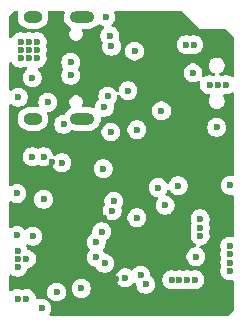
<source format=gbr>
%TF.GenerationSoftware,KiCad,Pcbnew,9.0.0*%
%TF.CreationDate,2025-08-18T16:34:53+09:00*%
%TF.ProjectId,SMORES,534d4f52-4553-42e6-9b69-6361645f7063,rev?*%
%TF.SameCoordinates,Original*%
%TF.FileFunction,Copper,L3,Inr*%
%TF.FilePolarity,Positive*%
%FSLAX46Y46*%
G04 Gerber Fmt 4.6, Leading zero omitted, Abs format (unit mm)*
G04 Created by KiCad (PCBNEW 9.0.0) date 2025-08-18 16:34:53*
%MOMM*%
%LPD*%
G01*
G04 APERTURE LIST*
%TA.AperFunction,HeatsinkPad*%
%ADD10O,1.600000X1.000000*%
%TD*%
%TA.AperFunction,HeatsinkPad*%
%ADD11O,2.100000X1.000000*%
%TD*%
%TA.AperFunction,ViaPad*%
%ADD12C,0.600000*%
%TD*%
G04 APERTURE END LIST*
D10*
%TO.N,unconnected-(J1-SHIELD-PadS1)_3*%
%TO.C,J1*%
X167700000Y-84650000D03*
D11*
%TO.N,unconnected-(J1-SHIELD-PadS1)_2*%
X171880000Y-84650000D03*
D10*
%TO.N,unconnected-(J1-SHIELD-PadS1)_1*%
X167700000Y-76010000D03*
D11*
%TO.N,unconnected-(J1-SHIELD-PadS1)*%
X171880000Y-76010000D03*
%TD*%
D12*
%TO.N,VDDH*%
X176500000Y-85550000D03*
X168600000Y-91450000D03*
%TO.N,GND*%
X174200000Y-77600000D03*
X175750000Y-82250000D03*
X176500000Y-93000000D03*
X170300000Y-85100000D03*
X181850000Y-93850000D03*
X179450000Y-98250000D03*
X184050000Y-81750000D03*
X167350000Y-79500000D03*
X180750000Y-98250000D03*
X180100000Y-98250000D03*
X166650000Y-78100000D03*
X167650000Y-87850000D03*
X166650000Y-79500000D03*
X183350000Y-81750000D03*
X168050000Y-78100000D03*
X174300000Y-85750000D03*
X184350000Y-95400000D03*
X175500000Y-98100000D03*
X181850000Y-93100000D03*
X181400000Y-98250000D03*
X184350000Y-96800000D03*
X168050000Y-79500000D03*
X168050000Y-78800000D03*
X167150000Y-96500000D03*
X170900000Y-80950000D03*
X167150000Y-99850000D03*
X168450000Y-100650000D03*
X182650000Y-81750000D03*
X181850000Y-94550000D03*
X167677088Y-94577088D03*
X166650000Y-78800000D03*
X166400000Y-95800000D03*
X183250000Y-85350000D03*
X168600000Y-87850000D03*
X166400000Y-97200000D03*
X184350000Y-97500000D03*
X177250000Y-98650000D03*
X173750000Y-83650000D03*
X167350000Y-78800000D03*
X167350000Y-78100000D03*
X184350000Y-96100000D03*
X166400000Y-99850000D03*
X174425735Y-92425735D03*
X166400000Y-96500000D03*
%TO.N,VBUS*%
X174025000Y-82725000D03*
X178582318Y-83968243D03*
X174550000Y-91600000D03*
X168950000Y-83250000D03*
%TO.N,Net-(U7-P0.01{slash}XL2)*%
X171800000Y-99000000D03*
%TO.N,Net-(U7-P0.00{slash}XL1)*%
X169700000Y-99300000D03*
%TO.N,Net-(U7-DCCH)*%
X166350000Y-90950000D03*
%TO.N,VDD_NRF*%
X166350000Y-94500000D03*
%TO.N,+3V3*%
X176500000Y-94290500D03*
X173700000Y-93000000D03*
X169350000Y-88300000D03*
X173000000Y-98700000D03*
X174700000Y-98200000D03*
X176600000Y-96300000D03*
X168400000Y-97400000D03*
%TO.N,BLED*%
X170148437Y-88349998D03*
%TO.N,Net-(J1-CC1)*%
X166450000Y-82800000D03*
%TO.N,Net-(J1-CC2)*%
X170900000Y-79850000D03*
%TO.N,Net-(JP1-B)*%
X178300000Y-90450000D03*
X176300000Y-78900000D03*
%TO.N,Net-(JP1-A)*%
X173650000Y-88850000D03*
X174350000Y-78500000D03*
%TO.N,SDO*%
X173775000Y-96875000D03*
X184400000Y-90250000D03*
%TO.N,SDA*%
X173050000Y-96350000D03*
%TO.N,CS*%
X173517250Y-94182750D03*
X178891051Y-91947017D03*
%TO.N,SCL*%
X173070000Y-95070000D03*
%TO.N,RESET*%
X173850000Y-76000000D03*
X167650000Y-81150000D03*
%TO.N,SW0*%
X181250000Y-80750000D03*
X180000000Y-90300000D03*
%TO.N,INT1*%
X176820000Y-97880000D03*
%TO.N,CLK_CTL*%
X181500000Y-96300000D03*
%TO.N,Net-(SW1-A)*%
X181300000Y-78350000D03*
X180700000Y-78350000D03*
%TD*%
%TA.AperFunction,Conductor*%
%TO.N,+3V3*%
G36*
X166409569Y-75520185D02*
G01*
X166455324Y-75572989D01*
X166465268Y-75642147D01*
X166457092Y-75671949D01*
X166446501Y-75697518D01*
X166437949Y-75718164D01*
X166437947Y-75718170D01*
X166399500Y-75911456D01*
X166399500Y-75911459D01*
X166399500Y-76108541D01*
X166399500Y-76108543D01*
X166399499Y-76108543D01*
X166437947Y-76301829D01*
X166437950Y-76301839D01*
X166513364Y-76483907D01*
X166513371Y-76483920D01*
X166622860Y-76647781D01*
X166622863Y-76647785D01*
X166762214Y-76787136D01*
X166762218Y-76787139D01*
X166926079Y-76896628D01*
X166926092Y-76896635D01*
X167091480Y-76965140D01*
X167108165Y-76972051D01*
X167108169Y-76972051D01*
X167108170Y-76972052D01*
X167301456Y-77010500D01*
X167301459Y-77010500D01*
X168098543Y-77010500D01*
X168254462Y-76979485D01*
X168291835Y-76972051D01*
X168462234Y-76901470D01*
X168473907Y-76896635D01*
X168473907Y-76896634D01*
X168473914Y-76896632D01*
X168637782Y-76787139D01*
X168777139Y-76647782D01*
X168886632Y-76483914D01*
X168962051Y-76301835D01*
X169000500Y-76108541D01*
X169000500Y-75911459D01*
X169000500Y-75911456D01*
X168962052Y-75718170D01*
X168962051Y-75718169D01*
X168962051Y-75718165D01*
X168942908Y-75671951D01*
X168935440Y-75602484D01*
X168966715Y-75540004D01*
X169026804Y-75504352D01*
X169057470Y-75500500D01*
X170272530Y-75500500D01*
X170339569Y-75520185D01*
X170385324Y-75572989D01*
X170395268Y-75642147D01*
X170387092Y-75671949D01*
X170376501Y-75697518D01*
X170367949Y-75718164D01*
X170367947Y-75718170D01*
X170329500Y-75911456D01*
X170329500Y-75911459D01*
X170329500Y-76108541D01*
X170329500Y-76108543D01*
X170329499Y-76108543D01*
X170367947Y-76301829D01*
X170367950Y-76301839D01*
X170443364Y-76483907D01*
X170443371Y-76483920D01*
X170552860Y-76647781D01*
X170552863Y-76647785D01*
X170692214Y-76787136D01*
X170692218Y-76787139D01*
X170861151Y-76900017D01*
X170860180Y-76901470D01*
X170904109Y-76944619D01*
X170919571Y-77012757D01*
X170895741Y-77078437D01*
X170894190Y-77080502D01*
X170889489Y-77086627D01*
X170813719Y-77217863D01*
X170791845Y-77299500D01*
X170774500Y-77364234D01*
X170774500Y-77515766D01*
X170775944Y-77521155D01*
X170813719Y-77662136D01*
X170847604Y-77720826D01*
X170889485Y-77793365D01*
X170996635Y-77900515D01*
X171127865Y-77976281D01*
X171274234Y-78015500D01*
X171274236Y-78015500D01*
X171425764Y-78015500D01*
X171425766Y-78015500D01*
X171572135Y-77976281D01*
X171703365Y-77900515D01*
X171810515Y-77793365D01*
X171886281Y-77662135D01*
X171925500Y-77515766D01*
X171925500Y-77364234D01*
X171886281Y-77217865D01*
X171886278Y-77217859D01*
X171873947Y-77196501D01*
X171857473Y-77128602D01*
X171880325Y-77062574D01*
X171935245Y-77019383D01*
X171981333Y-77010500D01*
X172528543Y-77010500D01*
X172684462Y-76979485D01*
X172721835Y-76972051D01*
X172892234Y-76901470D01*
X172903907Y-76896635D01*
X172903907Y-76896634D01*
X172903914Y-76896632D01*
X173067782Y-76787139D01*
X173203864Y-76651056D01*
X173265185Y-76617573D01*
X173334877Y-76622557D01*
X173360435Y-76635637D01*
X173470814Y-76709390D01*
X173470827Y-76709397D01*
X173616498Y-76769735D01*
X173616500Y-76769736D01*
X173616501Y-76769736D01*
X173616503Y-76769737D01*
X173623915Y-76771211D01*
X173685826Y-76803592D01*
X173720404Y-76864305D01*
X173716668Y-76934075D01*
X173687411Y-76980510D01*
X173578210Y-77089711D01*
X173490609Y-77220814D01*
X173490602Y-77220827D01*
X173430264Y-77366498D01*
X173430261Y-77366510D01*
X173399500Y-77521153D01*
X173399500Y-77678846D01*
X173430261Y-77833489D01*
X173430264Y-77833501D01*
X173490602Y-77979172D01*
X173490609Y-77979185D01*
X173581595Y-78115354D01*
X173579589Y-78116694D01*
X173602740Y-78171216D01*
X173594135Y-78233009D01*
X173580262Y-78266502D01*
X173580261Y-78266505D01*
X173549500Y-78421153D01*
X173549500Y-78578846D01*
X173580261Y-78733489D01*
X173580264Y-78733501D01*
X173640602Y-78879172D01*
X173640609Y-78879185D01*
X173728210Y-79010288D01*
X173728213Y-79010292D01*
X173839707Y-79121786D01*
X173839711Y-79121789D01*
X173970814Y-79209390D01*
X173970827Y-79209397D01*
X174016254Y-79228213D01*
X174116503Y-79269737D01*
X174271153Y-79300499D01*
X174271156Y-79300500D01*
X174271158Y-79300500D01*
X174428844Y-79300500D01*
X174428845Y-79300499D01*
X174583497Y-79269737D01*
X174729179Y-79209394D01*
X174860289Y-79121789D01*
X174971789Y-79010289D01*
X175059394Y-78879179D01*
X175067217Y-78860292D01*
X175083429Y-78821153D01*
X175499500Y-78821153D01*
X175499500Y-78978846D01*
X175530261Y-79133489D01*
X175530264Y-79133501D01*
X175590602Y-79279172D01*
X175590609Y-79279185D01*
X175678210Y-79410288D01*
X175678213Y-79410292D01*
X175789707Y-79521786D01*
X175789711Y-79521789D01*
X175920814Y-79609390D01*
X175920827Y-79609397D01*
X176066498Y-79669735D01*
X176066503Y-79669737D01*
X176221153Y-79700499D01*
X176221156Y-79700500D01*
X176221158Y-79700500D01*
X176378844Y-79700500D01*
X176378845Y-79700499D01*
X176533497Y-79669737D01*
X176679179Y-79609394D01*
X176810289Y-79521789D01*
X176921789Y-79410289D01*
X177009394Y-79279179D01*
X177069737Y-79133497D01*
X177100500Y-78978842D01*
X177100500Y-78821158D01*
X177100500Y-78821155D01*
X177100499Y-78821153D01*
X177082204Y-78729179D01*
X177069737Y-78666503D01*
X177028316Y-78566502D01*
X177009397Y-78520827D01*
X177009390Y-78520814D01*
X176921789Y-78389711D01*
X176921786Y-78389707D01*
X176810292Y-78278213D01*
X176810288Y-78278210D01*
X176799727Y-78271153D01*
X179899500Y-78271153D01*
X179899500Y-78428846D01*
X179930261Y-78583489D01*
X179930264Y-78583501D01*
X179990602Y-78729172D01*
X179990609Y-78729185D01*
X180078210Y-78860288D01*
X180078213Y-78860292D01*
X180189707Y-78971786D01*
X180189711Y-78971789D01*
X180320814Y-79059390D01*
X180320827Y-79059397D01*
X180425002Y-79102547D01*
X180466503Y-79119737D01*
X180618644Y-79150000D01*
X180621153Y-79150499D01*
X180621156Y-79150500D01*
X180621158Y-79150500D01*
X180778844Y-79150500D01*
X180778845Y-79150499D01*
X180933497Y-79119737D01*
X180952547Y-79111845D01*
X181022016Y-79104377D01*
X181047452Y-79111845D01*
X181066503Y-79119737D01*
X181218644Y-79150000D01*
X181221153Y-79150499D01*
X181221156Y-79150500D01*
X181221158Y-79150500D01*
X181378844Y-79150500D01*
X181378845Y-79150499D01*
X181533497Y-79119737D01*
X181679179Y-79059394D01*
X181810289Y-78971789D01*
X181921789Y-78860289D01*
X182009394Y-78729179D01*
X182012719Y-78721153D01*
X182069735Y-78583501D01*
X182069737Y-78583497D01*
X182100500Y-78428842D01*
X182100500Y-78271158D01*
X182100500Y-78271155D01*
X182100499Y-78271153D01*
X182092912Y-78233009D01*
X182069737Y-78116503D01*
X182027900Y-78015499D01*
X182009397Y-77970827D01*
X182009390Y-77970814D01*
X181921789Y-77839711D01*
X181921786Y-77839707D01*
X181810292Y-77728213D01*
X181810288Y-77728210D01*
X181679185Y-77640609D01*
X181679172Y-77640602D01*
X181533501Y-77580264D01*
X181533489Y-77580261D01*
X181378845Y-77549500D01*
X181378842Y-77549500D01*
X181221158Y-77549500D01*
X181221155Y-77549500D01*
X181066511Y-77580260D01*
X181066506Y-77580262D01*
X181066504Y-77580262D01*
X181066503Y-77580263D01*
X181047449Y-77588155D01*
X180977982Y-77595623D01*
X180952553Y-77588156D01*
X180933497Y-77580263D01*
X180933493Y-77580262D01*
X180933488Y-77580260D01*
X180778845Y-77549500D01*
X180778842Y-77549500D01*
X180621158Y-77549500D01*
X180621155Y-77549500D01*
X180466510Y-77580261D01*
X180466498Y-77580264D01*
X180320827Y-77640602D01*
X180320814Y-77640609D01*
X180189711Y-77728210D01*
X180189707Y-77728213D01*
X180078213Y-77839707D01*
X180078210Y-77839711D01*
X179990609Y-77970814D01*
X179990602Y-77970827D01*
X179930264Y-78116498D01*
X179930261Y-78116510D01*
X179899500Y-78271153D01*
X176799727Y-78271153D01*
X176679185Y-78190609D01*
X176679172Y-78190602D01*
X176533501Y-78130264D01*
X176533489Y-78130261D01*
X176378845Y-78099500D01*
X176378842Y-78099500D01*
X176221158Y-78099500D01*
X176221155Y-78099500D01*
X176066510Y-78130261D01*
X176066498Y-78130264D01*
X175920827Y-78190602D01*
X175920814Y-78190609D01*
X175789711Y-78278210D01*
X175789707Y-78278213D01*
X175678213Y-78389707D01*
X175678210Y-78389711D01*
X175590609Y-78520814D01*
X175590602Y-78520827D01*
X175530264Y-78666498D01*
X175530261Y-78666510D01*
X175499500Y-78821153D01*
X175083429Y-78821153D01*
X175105603Y-78767621D01*
X175105605Y-78767614D01*
X175119737Y-78733497D01*
X175150500Y-78578842D01*
X175150500Y-78421158D01*
X175150500Y-78421155D01*
X175150499Y-78421153D01*
X175122066Y-78278211D01*
X175119737Y-78266503D01*
X175119735Y-78266498D01*
X175059397Y-78120827D01*
X175059390Y-78120814D01*
X174968405Y-77984646D01*
X174970413Y-77983304D01*
X174947261Y-77928802D01*
X174955866Y-77866984D01*
X174956063Y-77866510D01*
X174969737Y-77833497D01*
X175000500Y-77678842D01*
X175000500Y-77521158D01*
X175000500Y-77521155D01*
X175000499Y-77521153D01*
X174974531Y-77390606D01*
X174969737Y-77366503D01*
X174966573Y-77358865D01*
X174909397Y-77220827D01*
X174909390Y-77220814D01*
X174821789Y-77089711D01*
X174821786Y-77089707D01*
X174710292Y-76978213D01*
X174710288Y-76978210D01*
X174579185Y-76890609D01*
X174579172Y-76890602D01*
X174433501Y-76830264D01*
X174433489Y-76830261D01*
X174426079Y-76828787D01*
X174364168Y-76796403D01*
X174329594Y-76735687D01*
X174333333Y-76665917D01*
X174362587Y-76619490D01*
X174471789Y-76510289D01*
X174559394Y-76379179D01*
X174619737Y-76233497D01*
X174650500Y-76078842D01*
X174650500Y-75921158D01*
X174650500Y-75921155D01*
X174650499Y-75921153D01*
X174619738Y-75766510D01*
X174619737Y-75766503D01*
X174580572Y-75671951D01*
X174573104Y-75602483D01*
X174604379Y-75540004D01*
X174664468Y-75504352D01*
X174695134Y-75500500D01*
X180191324Y-75500500D01*
X180258363Y-75520185D01*
X180279005Y-75536819D01*
X181549500Y-76807314D01*
X181642686Y-76900500D01*
X181727556Y-76949500D01*
X181756814Y-76966392D01*
X181884107Y-77000500D01*
X181884108Y-77000500D01*
X183991324Y-77000500D01*
X184058363Y-77020185D01*
X184079005Y-77036819D01*
X184663181Y-77620995D01*
X184696666Y-77682318D01*
X184699500Y-77708676D01*
X184699500Y-80989240D01*
X184679815Y-81056279D01*
X184627011Y-81102034D01*
X184557853Y-81111978D01*
X184506610Y-81092342D01*
X184429190Y-81040612D01*
X184429172Y-81040602D01*
X184283501Y-80980264D01*
X184283489Y-80980261D01*
X184128845Y-80949500D01*
X184128842Y-80949500D01*
X183971158Y-80949500D01*
X183971155Y-80949500D01*
X183816511Y-80980260D01*
X183816506Y-80980262D01*
X183816504Y-80980262D01*
X183816503Y-80980263D01*
X183747449Y-81008865D01*
X183720575Y-81011754D01*
X183694320Y-81018173D01*
X183683433Y-81015747D01*
X183677982Y-81016333D01*
X183659652Y-81011555D01*
X183656060Y-81010319D01*
X183583497Y-80980263D01*
X183548470Y-80973295D01*
X183540538Y-80970566D01*
X183518609Y-80955009D01*
X183494783Y-80942546D01*
X183490541Y-80935097D01*
X183483552Y-80930139D01*
X183473516Y-80905199D01*
X183460209Y-80881830D01*
X183460667Y-80873269D01*
X183457469Y-80865320D01*
X183462510Y-80838911D01*
X183463950Y-80812060D01*
X183468963Y-80805108D01*
X183470570Y-80796690D01*
X183489089Y-80777197D01*
X183504816Y-80755389D01*
X183515971Y-80748904D01*
X183518695Y-80746037D01*
X183522505Y-80745105D01*
X183533427Y-80738755D01*
X183569969Y-80723620D01*
X183680606Y-80649695D01*
X183774695Y-80555606D01*
X183848620Y-80444969D01*
X183899540Y-80322036D01*
X183909943Y-80269737D01*
X183925500Y-80191533D01*
X183925500Y-80058466D01*
X183899541Y-79927969D01*
X183899540Y-79927968D01*
X183899540Y-79927964D01*
X183869675Y-79855863D01*
X183848623Y-79805038D01*
X183848622Y-79805037D01*
X183848620Y-79805031D01*
X183800825Y-79733501D01*
X183774698Y-79694398D01*
X183774692Y-79694390D01*
X183680609Y-79600307D01*
X183680601Y-79600301D01*
X183569979Y-79526386D01*
X183569972Y-79526382D01*
X183569969Y-79526380D01*
X183569965Y-79526378D01*
X183569961Y-79526376D01*
X183447040Y-79475461D01*
X183447030Y-79475458D01*
X183316533Y-79449500D01*
X183316531Y-79449500D01*
X183183469Y-79449500D01*
X183183467Y-79449500D01*
X183052969Y-79475458D01*
X183052959Y-79475461D01*
X182930038Y-79526376D01*
X182930020Y-79526386D01*
X182819398Y-79600301D01*
X182819390Y-79600307D01*
X182725307Y-79694390D01*
X182725301Y-79694398D01*
X182651386Y-79805020D01*
X182651376Y-79805038D01*
X182600461Y-79927959D01*
X182600458Y-79927969D01*
X182574500Y-80058466D01*
X182574500Y-80058469D01*
X182574500Y-80191531D01*
X182574500Y-80191533D01*
X182574499Y-80191533D01*
X182600458Y-80322030D01*
X182600461Y-80322040D01*
X182651376Y-80444961D01*
X182651386Y-80444979D01*
X182725301Y-80555601D01*
X182725307Y-80555609D01*
X182819390Y-80649692D01*
X182819398Y-80649698D01*
X182930020Y-80723613D01*
X182930023Y-80723614D01*
X182930031Y-80723620D01*
X183052964Y-80774540D01*
X183052965Y-80774540D01*
X183056487Y-80775999D01*
X183073725Y-80789889D01*
X183093526Y-80799800D01*
X183100401Y-80811386D01*
X183110891Y-80819839D01*
X183117882Y-80840845D01*
X183129182Y-80859887D01*
X183128701Y-80873351D01*
X183132956Y-80886133D01*
X183127481Y-80907583D01*
X183126692Y-80929713D01*
X183119008Y-80940780D01*
X183115677Y-80953833D01*
X183099471Y-80968920D01*
X183086846Y-80987107D01*
X183067799Y-80998409D01*
X183064540Y-81001444D01*
X183056494Y-81005118D01*
X183047459Y-81008861D01*
X182977990Y-81016334D01*
X182952552Y-81008865D01*
X182883497Y-80980263D01*
X182883493Y-80980262D01*
X182883488Y-80980260D01*
X182728845Y-80949500D01*
X182728842Y-80949500D01*
X182571158Y-80949500D01*
X182571155Y-80949500D01*
X182416510Y-80980261D01*
X182416498Y-80980264D01*
X182270827Y-81040602D01*
X182270811Y-81040611D01*
X182217058Y-81076527D01*
X182150380Y-81097404D01*
X182083001Y-81078918D01*
X182036311Y-81026939D01*
X182025136Y-80957969D01*
X182026547Y-80949257D01*
X182046449Y-80849203D01*
X182050500Y-80828843D01*
X182050500Y-80671155D01*
X182050499Y-80671153D01*
X182030543Y-80570827D01*
X182019737Y-80516503D01*
X182010303Y-80493727D01*
X181959397Y-80370827D01*
X181959390Y-80370814D01*
X181871789Y-80239711D01*
X181871786Y-80239707D01*
X181760292Y-80128213D01*
X181760288Y-80128210D01*
X181629185Y-80040609D01*
X181629172Y-80040602D01*
X181483501Y-79980264D01*
X181483489Y-79980261D01*
X181328845Y-79949500D01*
X181328842Y-79949500D01*
X181171158Y-79949500D01*
X181171155Y-79949500D01*
X181016510Y-79980261D01*
X181016498Y-79980264D01*
X180870827Y-80040602D01*
X180870814Y-80040609D01*
X180739711Y-80128210D01*
X180739707Y-80128213D01*
X180628213Y-80239707D01*
X180628210Y-80239711D01*
X180540609Y-80370814D01*
X180540602Y-80370827D01*
X180480264Y-80516498D01*
X180480261Y-80516510D01*
X180449500Y-80671153D01*
X180449500Y-80828846D01*
X180480261Y-80983489D01*
X180480264Y-80983501D01*
X180540602Y-81129172D01*
X180540609Y-81129185D01*
X180628210Y-81260288D01*
X180628213Y-81260292D01*
X180739707Y-81371786D01*
X180739711Y-81371789D01*
X180870814Y-81459390D01*
X180870827Y-81459397D01*
X181008695Y-81516503D01*
X181016503Y-81519737D01*
X181128567Y-81542028D01*
X181171153Y-81550499D01*
X181171156Y-81550500D01*
X181171158Y-81550500D01*
X181328844Y-81550500D01*
X181328845Y-81550499D01*
X181483497Y-81519737D01*
X181629179Y-81459394D01*
X181629185Y-81459390D01*
X181682939Y-81423473D01*
X181749616Y-81402595D01*
X181816996Y-81421079D01*
X181863687Y-81473058D01*
X181874863Y-81542028D01*
X181873447Y-81550766D01*
X181849500Y-81671153D01*
X181849500Y-81828846D01*
X181880261Y-81983489D01*
X181880264Y-81983501D01*
X181940602Y-82129172D01*
X181940609Y-82129185D01*
X182028210Y-82260288D01*
X182028213Y-82260292D01*
X182139707Y-82371786D01*
X182139711Y-82371789D01*
X182270814Y-82459390D01*
X182270827Y-82459397D01*
X182348356Y-82491510D01*
X182416503Y-82519737D01*
X182527310Y-82541778D01*
X182571153Y-82550499D01*
X182571156Y-82550500D01*
X182589464Y-82550500D01*
X182656503Y-82570185D01*
X182702258Y-82622989D01*
X182712202Y-82692147D01*
X182692567Y-82743390D01*
X182651382Y-82805027D01*
X182651376Y-82805038D01*
X182600461Y-82927959D01*
X182600458Y-82927969D01*
X182574500Y-83058466D01*
X182574500Y-83058469D01*
X182574500Y-83191531D01*
X182574500Y-83191533D01*
X182574499Y-83191533D01*
X182600458Y-83322030D01*
X182600461Y-83322040D01*
X182651376Y-83444961D01*
X182651386Y-83444979D01*
X182725301Y-83555601D01*
X182725307Y-83555609D01*
X182819390Y-83649692D01*
X182819398Y-83649698D01*
X182930020Y-83723613D01*
X182930023Y-83723614D01*
X182930031Y-83723620D01*
X182930037Y-83723622D01*
X182930038Y-83723623D01*
X183015502Y-83759023D01*
X183052964Y-83774540D01*
X183052968Y-83774540D01*
X183052969Y-83774541D01*
X183183466Y-83800500D01*
X183183469Y-83800500D01*
X183316533Y-83800500D01*
X183404325Y-83783035D01*
X183447036Y-83774540D01*
X183569969Y-83723620D01*
X183680606Y-83649695D01*
X183774695Y-83555606D01*
X183848620Y-83444969D01*
X183899540Y-83322036D01*
X183908035Y-83279325D01*
X183925500Y-83191533D01*
X183925500Y-83058466D01*
X183899541Y-82927969D01*
X183899540Y-82927968D01*
X183899540Y-82927964D01*
X183848620Y-82805031D01*
X183800012Y-82732284D01*
X183779135Y-82665609D01*
X183797619Y-82598228D01*
X183849598Y-82551538D01*
X183918568Y-82540362D01*
X183927306Y-82541778D01*
X183971153Y-82550499D01*
X183971156Y-82550500D01*
X183971158Y-82550500D01*
X184128844Y-82550500D01*
X184128845Y-82550499D01*
X184283497Y-82519737D01*
X184429179Y-82459394D01*
X184506609Y-82407657D01*
X184573286Y-82386779D01*
X184640666Y-82405263D01*
X184687357Y-82457242D01*
X184699500Y-82510759D01*
X184699500Y-89342297D01*
X184679815Y-89409336D01*
X184627011Y-89455091D01*
X184557853Y-89465035D01*
X184551309Y-89463914D01*
X184478845Y-89449500D01*
X184478842Y-89449500D01*
X184321158Y-89449500D01*
X184321155Y-89449500D01*
X184166510Y-89480261D01*
X184166498Y-89480264D01*
X184020827Y-89540602D01*
X184020814Y-89540609D01*
X183889711Y-89628210D01*
X183889707Y-89628213D01*
X183778213Y-89739707D01*
X183778210Y-89739711D01*
X183690609Y-89870814D01*
X183690602Y-89870827D01*
X183630264Y-90016498D01*
X183630261Y-90016510D01*
X183599500Y-90171153D01*
X183599500Y-90328846D01*
X183630261Y-90483489D01*
X183630264Y-90483501D01*
X183690602Y-90629172D01*
X183690609Y-90629185D01*
X183778210Y-90760288D01*
X183778213Y-90760292D01*
X183889707Y-90871786D01*
X183889711Y-90871789D01*
X184020814Y-90959390D01*
X184020827Y-90959397D01*
X184166498Y-91019735D01*
X184166503Y-91019737D01*
X184321153Y-91050499D01*
X184321156Y-91050500D01*
X184321158Y-91050500D01*
X184478843Y-91050500D01*
X184494564Y-91047372D01*
X184551309Y-91036085D01*
X184620899Y-91042312D01*
X184676077Y-91085174D01*
X184699322Y-91151063D01*
X184699500Y-91157702D01*
X184699500Y-94502242D01*
X184679815Y-94569281D01*
X184627011Y-94615036D01*
X184557853Y-94624980D01*
X184551309Y-94623859D01*
X184428846Y-94599500D01*
X184428842Y-94599500D01*
X184271158Y-94599500D01*
X184271155Y-94599500D01*
X184116510Y-94630261D01*
X184116498Y-94630264D01*
X183970827Y-94690602D01*
X183970814Y-94690609D01*
X183839711Y-94778210D01*
X183839707Y-94778213D01*
X183728213Y-94889707D01*
X183728210Y-94889711D01*
X183640609Y-95020814D01*
X183640602Y-95020827D01*
X183580264Y-95166498D01*
X183580261Y-95166510D01*
X183549500Y-95321153D01*
X183549500Y-95478846D01*
X183580260Y-95633488D01*
X183580262Y-95633493D01*
X183580263Y-95633497D01*
X183598784Y-95678211D01*
X183608865Y-95702549D01*
X183616333Y-95772018D01*
X183608865Y-95797447D01*
X183580263Y-95866503D01*
X183580262Y-95866506D01*
X183580260Y-95866511D01*
X183549500Y-96021153D01*
X183549500Y-96178846D01*
X183580260Y-96333488D01*
X183580262Y-96333493D01*
X183580263Y-96333497D01*
X183599046Y-96378844D01*
X183608865Y-96402549D01*
X183616333Y-96472018D01*
X183608865Y-96497447D01*
X183593933Y-96533501D01*
X183580262Y-96566506D01*
X183580260Y-96566511D01*
X183549500Y-96721153D01*
X183549500Y-96878846D01*
X183580260Y-97033488D01*
X183580262Y-97033493D01*
X183580263Y-97033497D01*
X183608016Y-97100500D01*
X183608865Y-97102549D01*
X183616333Y-97172018D01*
X183608865Y-97197447D01*
X183603918Y-97209394D01*
X183580262Y-97266506D01*
X183580260Y-97266511D01*
X183549500Y-97421153D01*
X183549500Y-97578846D01*
X183580261Y-97733489D01*
X183580264Y-97733501D01*
X183640602Y-97879172D01*
X183640609Y-97879185D01*
X183728210Y-98010288D01*
X183728213Y-98010292D01*
X183839707Y-98121786D01*
X183839711Y-98121789D01*
X183970814Y-98209390D01*
X183970827Y-98209397D01*
X184116498Y-98269735D01*
X184116503Y-98269737D01*
X184271153Y-98300499D01*
X184271156Y-98300500D01*
X184271158Y-98300500D01*
X184428844Y-98300500D01*
X184551308Y-98276140D01*
X184620900Y-98282367D01*
X184676077Y-98325230D01*
X184699322Y-98391120D01*
X184699500Y-98397757D01*
X184699500Y-100841324D01*
X184679815Y-100908363D01*
X184663181Y-100929005D01*
X184329005Y-101263181D01*
X184267682Y-101296666D01*
X184241324Y-101299500D01*
X169210759Y-101299500D01*
X169143720Y-101279815D01*
X169097965Y-101227011D01*
X169088021Y-101157853D01*
X169107657Y-101106609D01*
X169116194Y-101093831D01*
X169159394Y-101029179D01*
X169219737Y-100883497D01*
X169250500Y-100728842D01*
X169250500Y-100571158D01*
X169250500Y-100571155D01*
X169250499Y-100571153D01*
X169219738Y-100416510D01*
X169219737Y-100416503D01*
X169196453Y-100360289D01*
X169159397Y-100270827D01*
X169159390Y-100270814D01*
X169071789Y-100139711D01*
X169071786Y-100139707D01*
X169069970Y-100137891D01*
X169069959Y-100137881D01*
X168960289Y-100028211D01*
X168917949Y-99999920D01*
X168829185Y-99940609D01*
X168829172Y-99940602D01*
X168683501Y-99880264D01*
X168683489Y-99880261D01*
X168528845Y-99849500D01*
X168528842Y-99849500D01*
X168371158Y-99849500D01*
X168371155Y-99849500D01*
X168216510Y-99880261D01*
X168216507Y-99880261D01*
X168121952Y-99919427D01*
X168052482Y-99926895D01*
X167990003Y-99895619D01*
X167954351Y-99835530D01*
X167950500Y-99804865D01*
X167950500Y-99771155D01*
X167950499Y-99771153D01*
X167932204Y-99679179D01*
X167919737Y-99616503D01*
X167885352Y-99533489D01*
X167859397Y-99470827D01*
X167859390Y-99470814D01*
X167771789Y-99339711D01*
X167771786Y-99339707D01*
X167660292Y-99228213D01*
X167660288Y-99228210D01*
X167649727Y-99221153D01*
X168899500Y-99221153D01*
X168899500Y-99378846D01*
X168930261Y-99533489D01*
X168930264Y-99533501D01*
X168990602Y-99679172D01*
X168990609Y-99679185D01*
X169078210Y-99810288D01*
X169078213Y-99810292D01*
X169080028Y-99812107D01*
X169080038Y-99812116D01*
X169189711Y-99921789D01*
X169263903Y-99971362D01*
X169320814Y-100009390D01*
X169320827Y-100009397D01*
X169466498Y-100069735D01*
X169466503Y-100069737D01*
X169621153Y-100100499D01*
X169621156Y-100100500D01*
X169621158Y-100100500D01*
X169778844Y-100100500D01*
X169778845Y-100100499D01*
X169933497Y-100069737D01*
X170079179Y-100009394D01*
X170210289Y-99921789D01*
X170321789Y-99810289D01*
X170409394Y-99679179D01*
X170469737Y-99533497D01*
X170500500Y-99378842D01*
X170500500Y-99221158D01*
X170500500Y-99221155D01*
X170500499Y-99221153D01*
X170488392Y-99160288D01*
X170469737Y-99066503D01*
X170469735Y-99066498D01*
X170426666Y-98962518D01*
X170409532Y-98921153D01*
X170999500Y-98921153D01*
X170999500Y-99078846D01*
X171030261Y-99233489D01*
X171030264Y-99233501D01*
X171090602Y-99379172D01*
X171090609Y-99379185D01*
X171178210Y-99510288D01*
X171178213Y-99510292D01*
X171289707Y-99621786D01*
X171289711Y-99621789D01*
X171420814Y-99709390D01*
X171420827Y-99709397D01*
X171566498Y-99769735D01*
X171566503Y-99769737D01*
X171721153Y-99800499D01*
X171721156Y-99800500D01*
X171721158Y-99800500D01*
X171878844Y-99800500D01*
X171878845Y-99800499D01*
X172033497Y-99769737D01*
X172179179Y-99709394D01*
X172310289Y-99621789D01*
X172421789Y-99510289D01*
X172509394Y-99379179D01*
X172569737Y-99233497D01*
X172600500Y-99078842D01*
X172600500Y-98921158D01*
X172600500Y-98921155D01*
X172600499Y-98921153D01*
X172596391Y-98900499D01*
X172569737Y-98766503D01*
X172554138Y-98728844D01*
X172509397Y-98620827D01*
X172509390Y-98620814D01*
X172421789Y-98489711D01*
X172421786Y-98489707D01*
X172310292Y-98378213D01*
X172310288Y-98378210D01*
X172179185Y-98290609D01*
X172179172Y-98290602D01*
X172033501Y-98230264D01*
X172033489Y-98230261D01*
X171878845Y-98199500D01*
X171878842Y-98199500D01*
X171721158Y-98199500D01*
X171721155Y-98199500D01*
X171566510Y-98230261D01*
X171566498Y-98230264D01*
X171420827Y-98290602D01*
X171420814Y-98290609D01*
X171289711Y-98378210D01*
X171289707Y-98378213D01*
X171178213Y-98489707D01*
X171178210Y-98489711D01*
X171090609Y-98620814D01*
X171090602Y-98620827D01*
X171030264Y-98766498D01*
X171030261Y-98766510D01*
X170999500Y-98921153D01*
X170409532Y-98921153D01*
X170409395Y-98920823D01*
X170409390Y-98920814D01*
X170321789Y-98789711D01*
X170321786Y-98789707D01*
X170210292Y-98678213D01*
X170210288Y-98678210D01*
X170079185Y-98590609D01*
X170079172Y-98590602D01*
X169933501Y-98530264D01*
X169933489Y-98530261D01*
X169778845Y-98499500D01*
X169778842Y-98499500D01*
X169621158Y-98499500D01*
X169621155Y-98499500D01*
X169466510Y-98530261D01*
X169466498Y-98530264D01*
X169320827Y-98590602D01*
X169320814Y-98590609D01*
X169189711Y-98678210D01*
X169189707Y-98678213D01*
X169078213Y-98789707D01*
X169078210Y-98789711D01*
X168990609Y-98920814D01*
X168990602Y-98920827D01*
X168930264Y-99066498D01*
X168930261Y-99066510D01*
X168899500Y-99221153D01*
X167649727Y-99221153D01*
X167529185Y-99140609D01*
X167529172Y-99140602D01*
X167383501Y-99080264D01*
X167383489Y-99080261D01*
X167228845Y-99049500D01*
X167228842Y-99049500D01*
X167071158Y-99049500D01*
X167071155Y-99049500D01*
X166916510Y-99080261D01*
X166916498Y-99080264D01*
X166822452Y-99119219D01*
X166752982Y-99126688D01*
X166727548Y-99119219D01*
X166633501Y-99080264D01*
X166633489Y-99080261D01*
X166478845Y-99049500D01*
X166478842Y-99049500D01*
X166321158Y-99049500D01*
X166321155Y-99049500D01*
X166166510Y-99080261D01*
X166166498Y-99080264D01*
X166020827Y-99140602D01*
X166020814Y-99140609D01*
X165893391Y-99225751D01*
X165826713Y-99246629D01*
X165759333Y-99228144D01*
X165712643Y-99176165D01*
X165700500Y-99122649D01*
X165700500Y-98021153D01*
X174699500Y-98021153D01*
X174699500Y-98178846D01*
X174730261Y-98333489D01*
X174730264Y-98333501D01*
X174790602Y-98479172D01*
X174790609Y-98479185D01*
X174878210Y-98610288D01*
X174878213Y-98610292D01*
X174989707Y-98721786D01*
X174989711Y-98721789D01*
X175120814Y-98809390D01*
X175120827Y-98809397D01*
X175266498Y-98869735D01*
X175266503Y-98869737D01*
X175421153Y-98900499D01*
X175421156Y-98900500D01*
X175421158Y-98900500D01*
X175578844Y-98900500D01*
X175578845Y-98900499D01*
X175733497Y-98869737D01*
X175879179Y-98809394D01*
X176010289Y-98721789D01*
X176121789Y-98610289D01*
X176161022Y-98551571D01*
X176167967Y-98545767D01*
X176171875Y-98537600D01*
X176194356Y-98523712D01*
X176214632Y-98506767D01*
X176223614Y-98505638D01*
X176231318Y-98500880D01*
X176257739Y-98501351D01*
X176283957Y-98498058D01*
X176293971Y-98501998D01*
X176301177Y-98502127D01*
X176333013Y-98517359D01*
X176394391Y-98558370D01*
X176439196Y-98611982D01*
X176449500Y-98661472D01*
X176449500Y-98728846D01*
X176480261Y-98883489D01*
X176480264Y-98883501D01*
X176540602Y-99029172D01*
X176540609Y-99029185D01*
X176628210Y-99160288D01*
X176628213Y-99160292D01*
X176739707Y-99271786D01*
X176739711Y-99271789D01*
X176870814Y-99359390D01*
X176870827Y-99359397D01*
X177016498Y-99419735D01*
X177016503Y-99419737D01*
X177171153Y-99450499D01*
X177171156Y-99450500D01*
X177171158Y-99450500D01*
X177328844Y-99450500D01*
X177328845Y-99450499D01*
X177483497Y-99419737D01*
X177629179Y-99359394D01*
X177760289Y-99271789D01*
X177871789Y-99160289D01*
X177959394Y-99029179D01*
X178019737Y-98883497D01*
X178050500Y-98728842D01*
X178050500Y-98571158D01*
X178050500Y-98571155D01*
X178050499Y-98571153D01*
X178036743Y-98501998D01*
X178019737Y-98416503D01*
X177981931Y-98325230D01*
X177959397Y-98270827D01*
X177959390Y-98270814D01*
X177934763Y-98233957D01*
X177892798Y-98171153D01*
X178649500Y-98171153D01*
X178649500Y-98328846D01*
X178680261Y-98483489D01*
X178680264Y-98483501D01*
X178740602Y-98629172D01*
X178740609Y-98629185D01*
X178828210Y-98760288D01*
X178828213Y-98760292D01*
X178939707Y-98871786D01*
X178939711Y-98871789D01*
X179070814Y-98959390D01*
X179070827Y-98959397D01*
X179216498Y-99019735D01*
X179216503Y-99019737D01*
X179366131Y-99049500D01*
X179371153Y-99050499D01*
X179371156Y-99050500D01*
X179371158Y-99050500D01*
X179528844Y-99050500D01*
X179528845Y-99050499D01*
X179683497Y-99019737D01*
X179727546Y-99001490D01*
X179797015Y-98994021D01*
X179822454Y-99001491D01*
X179866497Y-99019735D01*
X179866499Y-99019735D01*
X179866503Y-99019737D01*
X180016131Y-99049500D01*
X180021153Y-99050499D01*
X180021156Y-99050500D01*
X180021158Y-99050500D01*
X180178844Y-99050500D01*
X180178845Y-99050499D01*
X180333497Y-99019737D01*
X180377546Y-99001490D01*
X180447015Y-98994021D01*
X180472454Y-99001491D01*
X180516497Y-99019735D01*
X180516499Y-99019735D01*
X180516503Y-99019737D01*
X180666131Y-99049500D01*
X180671153Y-99050499D01*
X180671156Y-99050500D01*
X180671158Y-99050500D01*
X180828844Y-99050500D01*
X180828845Y-99050499D01*
X180983497Y-99019737D01*
X181027546Y-99001490D01*
X181097015Y-98994021D01*
X181122454Y-99001491D01*
X181166497Y-99019735D01*
X181166499Y-99019735D01*
X181166503Y-99019737D01*
X181316131Y-99049500D01*
X181321153Y-99050499D01*
X181321156Y-99050500D01*
X181321158Y-99050500D01*
X181478844Y-99050500D01*
X181478845Y-99050499D01*
X181633497Y-99019737D01*
X181779179Y-98959394D01*
X181910289Y-98871789D01*
X182021789Y-98760289D01*
X182109394Y-98629179D01*
X182112854Y-98620827D01*
X182147327Y-98537600D01*
X182169737Y-98483497D01*
X182200500Y-98328842D01*
X182200500Y-98171158D01*
X182200500Y-98171155D01*
X182200499Y-98171153D01*
X182172066Y-98028211D01*
X182169737Y-98016503D01*
X182167163Y-98010288D01*
X182109397Y-97870827D01*
X182109390Y-97870814D01*
X182021789Y-97739711D01*
X182021786Y-97739707D01*
X181910292Y-97628213D01*
X181910288Y-97628210D01*
X181779185Y-97540609D01*
X181779172Y-97540602D01*
X181633501Y-97480264D01*
X181633489Y-97480261D01*
X181478845Y-97449500D01*
X181478842Y-97449500D01*
X181321158Y-97449500D01*
X181321155Y-97449500D01*
X181166511Y-97480260D01*
X181166506Y-97480262D01*
X181166504Y-97480262D01*
X181166503Y-97480263D01*
X181122449Y-97498510D01*
X181052982Y-97505978D01*
X181027552Y-97498511D01*
X180983497Y-97480263D01*
X180983493Y-97480262D01*
X180983488Y-97480260D01*
X180828845Y-97449500D01*
X180828842Y-97449500D01*
X180671158Y-97449500D01*
X180671155Y-97449500D01*
X180516511Y-97480260D01*
X180516506Y-97480262D01*
X180516504Y-97480262D01*
X180516503Y-97480263D01*
X180472449Y-97498510D01*
X180402982Y-97505978D01*
X180377552Y-97498511D01*
X180333497Y-97480263D01*
X180333493Y-97480262D01*
X180333488Y-97480260D01*
X180178845Y-97449500D01*
X180178842Y-97449500D01*
X180021158Y-97449500D01*
X180021155Y-97449500D01*
X179866511Y-97480260D01*
X179866506Y-97480262D01*
X179866504Y-97480262D01*
X179866503Y-97480263D01*
X179822449Y-97498510D01*
X179752982Y-97505978D01*
X179727552Y-97498511D01*
X179683497Y-97480263D01*
X179683493Y-97480262D01*
X179683488Y-97480260D01*
X179528845Y-97449500D01*
X179528842Y-97449500D01*
X179371158Y-97449500D01*
X179371155Y-97449500D01*
X179216510Y-97480261D01*
X179216498Y-97480264D01*
X179070827Y-97540602D01*
X179070814Y-97540609D01*
X178939711Y-97628210D01*
X178939707Y-97628213D01*
X178828213Y-97739707D01*
X178828210Y-97739711D01*
X178740609Y-97870814D01*
X178740602Y-97870827D01*
X178680264Y-98016498D01*
X178680261Y-98016510D01*
X178649500Y-98171153D01*
X177892798Y-98171153D01*
X177871789Y-98139711D01*
X177871786Y-98139707D01*
X177760292Y-98028213D01*
X177760288Y-98028210D01*
X177675609Y-97971629D01*
X177630804Y-97918017D01*
X177620500Y-97868527D01*
X177620500Y-97801155D01*
X177620499Y-97801153D01*
X177589738Y-97646506D01*
X177589735Y-97646498D01*
X177529397Y-97500827D01*
X177529390Y-97500814D01*
X177441789Y-97369711D01*
X177441786Y-97369707D01*
X177330292Y-97258213D01*
X177330288Y-97258210D01*
X177199185Y-97170609D01*
X177199172Y-97170602D01*
X177053501Y-97110264D01*
X177053489Y-97110261D01*
X176898845Y-97079500D01*
X176898842Y-97079500D01*
X176741158Y-97079500D01*
X176741155Y-97079500D01*
X176586510Y-97110261D01*
X176586498Y-97110264D01*
X176440827Y-97170602D01*
X176440814Y-97170609D01*
X176309711Y-97258210D01*
X176309707Y-97258213D01*
X176198213Y-97369707D01*
X176158977Y-97428428D01*
X176105364Y-97473232D01*
X176036039Y-97481939D01*
X175986984Y-97462638D01*
X175879185Y-97390609D01*
X175879172Y-97390602D01*
X175733501Y-97330264D01*
X175733489Y-97330261D01*
X175578845Y-97299500D01*
X175578842Y-97299500D01*
X175421158Y-97299500D01*
X175421155Y-97299500D01*
X175266510Y-97330261D01*
X175266498Y-97330264D01*
X175120827Y-97390602D01*
X175120814Y-97390609D01*
X174989711Y-97478210D01*
X174989707Y-97478213D01*
X174878213Y-97589707D01*
X174878210Y-97589711D01*
X174790609Y-97720814D01*
X174790602Y-97720827D01*
X174730264Y-97866498D01*
X174730261Y-97866510D01*
X174699500Y-98021153D01*
X165700500Y-98021153D01*
X165700500Y-97927350D01*
X165720185Y-97860311D01*
X165772989Y-97814556D01*
X165842147Y-97804612D01*
X165893391Y-97824248D01*
X166020814Y-97909390D01*
X166020827Y-97909397D01*
X166166498Y-97969735D01*
X166166503Y-97969737D01*
X166321153Y-98000499D01*
X166321156Y-98000500D01*
X166321158Y-98000500D01*
X166478844Y-98000500D01*
X166478845Y-98000499D01*
X166633497Y-97969737D01*
X166779179Y-97909394D01*
X166910289Y-97821789D01*
X167021789Y-97710289D01*
X167109394Y-97579179D01*
X167169737Y-97433497D01*
X167178682Y-97388523D01*
X167211065Y-97326615D01*
X167271780Y-97292039D01*
X167276100Y-97291099D01*
X167383497Y-97269737D01*
X167529179Y-97209394D01*
X167660289Y-97121789D01*
X167771789Y-97010289D01*
X167859394Y-96879179D01*
X167919737Y-96733497D01*
X167950500Y-96578842D01*
X167950500Y-96421158D01*
X167950500Y-96421155D01*
X167950499Y-96421153D01*
X167924264Y-96289257D01*
X167920662Y-96271153D01*
X172249500Y-96271153D01*
X172249500Y-96428846D01*
X172280261Y-96583489D01*
X172280264Y-96583501D01*
X172340602Y-96729172D01*
X172340609Y-96729185D01*
X172428210Y-96860288D01*
X172428213Y-96860292D01*
X172539707Y-96971786D01*
X172539711Y-96971789D01*
X172670814Y-97059390D01*
X172670827Y-97059397D01*
X172793633Y-97110264D01*
X172816503Y-97119737D01*
X172921033Y-97140529D01*
X172962279Y-97148734D01*
X173024190Y-97181119D01*
X173052649Y-97222899D01*
X173065602Y-97254172D01*
X173065609Y-97254185D01*
X173153210Y-97385288D01*
X173153213Y-97385292D01*
X173264707Y-97496786D01*
X173264711Y-97496789D01*
X173395814Y-97584390D01*
X173395827Y-97584397D01*
X173501603Y-97628210D01*
X173541503Y-97644737D01*
X173696153Y-97675499D01*
X173696156Y-97675500D01*
X173696158Y-97675500D01*
X173853844Y-97675500D01*
X173853845Y-97675499D01*
X174008497Y-97644737D01*
X174154179Y-97584394D01*
X174285289Y-97496789D01*
X174396789Y-97385289D01*
X174484394Y-97254179D01*
X174544737Y-97108497D01*
X174575500Y-96953842D01*
X174575500Y-96796158D01*
X174575500Y-96796155D01*
X174575499Y-96796153D01*
X174562177Y-96729179D01*
X174544737Y-96641503D01*
X174520712Y-96583501D01*
X174484397Y-96495827D01*
X174484390Y-96495814D01*
X174396789Y-96364711D01*
X174396786Y-96364707D01*
X174285292Y-96253213D01*
X174285288Y-96253210D01*
X174237312Y-96221153D01*
X180699500Y-96221153D01*
X180699500Y-96378846D01*
X180730261Y-96533489D01*
X180730264Y-96533501D01*
X180790602Y-96679172D01*
X180790609Y-96679185D01*
X180878210Y-96810288D01*
X180878213Y-96810292D01*
X180989707Y-96921786D01*
X180989711Y-96921789D01*
X181120814Y-97009390D01*
X181120827Y-97009397D01*
X181266498Y-97069735D01*
X181266503Y-97069737D01*
X181421153Y-97100499D01*
X181421156Y-97100500D01*
X181421158Y-97100500D01*
X181578844Y-97100500D01*
X181578845Y-97100499D01*
X181733497Y-97069737D01*
X181879179Y-97009394D01*
X182010289Y-96921789D01*
X182121789Y-96810289D01*
X182209394Y-96679179D01*
X182269737Y-96533497D01*
X182300500Y-96378842D01*
X182300500Y-96221158D01*
X182300500Y-96221155D01*
X182300499Y-96221153D01*
X182269737Y-96066503D01*
X182237929Y-95989711D01*
X182209397Y-95920827D01*
X182209390Y-95920814D01*
X182121789Y-95789711D01*
X182121786Y-95789707D01*
X182010292Y-95678213D01*
X182010288Y-95678210D01*
X181879185Y-95590609D01*
X181879178Y-95590605D01*
X181875451Y-95589062D01*
X181821047Y-95545222D01*
X181798981Y-95478928D01*
X181816259Y-95411229D01*
X181867395Y-95363617D01*
X181922902Y-95350500D01*
X181928844Y-95350500D01*
X181928845Y-95350499D01*
X182083497Y-95319737D01*
X182204851Y-95269471D01*
X182229172Y-95259397D01*
X182229172Y-95259396D01*
X182229179Y-95259394D01*
X182360289Y-95171789D01*
X182471789Y-95060289D01*
X182559394Y-94929179D01*
X182563267Y-94919830D01*
X182619735Y-94783501D01*
X182619737Y-94783497D01*
X182650500Y-94628842D01*
X182650500Y-94471158D01*
X182650500Y-94471155D01*
X182650499Y-94471153D01*
X182645936Y-94448213D01*
X182619737Y-94316503D01*
X182591134Y-94247450D01*
X182583666Y-94177984D01*
X182591133Y-94152552D01*
X182619737Y-94083497D01*
X182650500Y-93928842D01*
X182650500Y-93771158D01*
X182650500Y-93771155D01*
X182650499Y-93771153D01*
X182620788Y-93621789D01*
X182619737Y-93616503D01*
X182580778Y-93522449D01*
X182573310Y-93452984D01*
X182580775Y-93427556D01*
X182619737Y-93333497D01*
X182650500Y-93178842D01*
X182650500Y-93021158D01*
X182650500Y-93021155D01*
X182650499Y-93021153D01*
X182633566Y-92936027D01*
X182619737Y-92866503D01*
X182594226Y-92804914D01*
X182559397Y-92720827D01*
X182559390Y-92720814D01*
X182471789Y-92589711D01*
X182471786Y-92589707D01*
X182360292Y-92478213D01*
X182360288Y-92478210D01*
X182229185Y-92390609D01*
X182229172Y-92390602D01*
X182083501Y-92330264D01*
X182083489Y-92330261D01*
X181928845Y-92299500D01*
X181928842Y-92299500D01*
X181771158Y-92299500D01*
X181771155Y-92299500D01*
X181616510Y-92330261D01*
X181616498Y-92330264D01*
X181470827Y-92390602D01*
X181470814Y-92390609D01*
X181339711Y-92478210D01*
X181339707Y-92478213D01*
X181228213Y-92589707D01*
X181228210Y-92589711D01*
X181140609Y-92720814D01*
X181140602Y-92720827D01*
X181080264Y-92866498D01*
X181080261Y-92866510D01*
X181049500Y-93021153D01*
X181049500Y-93178846D01*
X181080261Y-93333489D01*
X181080264Y-93333501D01*
X181119219Y-93427548D01*
X181126688Y-93497018D01*
X181119219Y-93522452D01*
X181080264Y-93616498D01*
X181080261Y-93616510D01*
X181049500Y-93771153D01*
X181049500Y-93928846D01*
X181080260Y-94083488D01*
X181080262Y-94083493D01*
X181080263Y-94083497D01*
X181108864Y-94152547D01*
X181108865Y-94152549D01*
X181116333Y-94222018D01*
X181108865Y-94247447D01*
X181080263Y-94316503D01*
X181080262Y-94316506D01*
X181080260Y-94316511D01*
X181049500Y-94471153D01*
X181049500Y-94628846D01*
X181080261Y-94783489D01*
X181080264Y-94783501D01*
X181140602Y-94929172D01*
X181140609Y-94929185D01*
X181228210Y-95060288D01*
X181228213Y-95060292D01*
X181339707Y-95171786D01*
X181339711Y-95171789D01*
X181470814Y-95259390D01*
X181470821Y-95259394D01*
X181474549Y-95260938D01*
X181528953Y-95304778D01*
X181551019Y-95371072D01*
X181533741Y-95438771D01*
X181482605Y-95486383D01*
X181427098Y-95499500D01*
X181421155Y-95499500D01*
X181266510Y-95530261D01*
X181266498Y-95530264D01*
X181120827Y-95590602D01*
X181120814Y-95590609D01*
X180989711Y-95678210D01*
X180989707Y-95678213D01*
X180878213Y-95789707D01*
X180878210Y-95789711D01*
X180790609Y-95920814D01*
X180790602Y-95920827D01*
X180730264Y-96066498D01*
X180730261Y-96066510D01*
X180699500Y-96221153D01*
X174237312Y-96221153D01*
X174154185Y-96165609D01*
X174154172Y-96165602D01*
X174008501Y-96105264D01*
X174008491Y-96105261D01*
X173862719Y-96076265D01*
X173800808Y-96043880D01*
X173772350Y-96002101D01*
X173759394Y-95970821D01*
X173759390Y-95970814D01*
X173671789Y-95839711D01*
X173671786Y-95839707D01*
X173639759Y-95807680D01*
X173606274Y-95746357D01*
X173611258Y-95676665D01*
X173639756Y-95632321D01*
X173691789Y-95580289D01*
X173779394Y-95449179D01*
X173839737Y-95303497D01*
X173870500Y-95148842D01*
X173870500Y-94991158D01*
X173870500Y-94991156D01*
X173870236Y-94988476D01*
X173870500Y-94987084D01*
X173870500Y-94985066D01*
X173870883Y-94985066D01*
X173883256Y-94919830D01*
X173924746Y-94873222D01*
X174027539Y-94804539D01*
X174139039Y-94693039D01*
X174226644Y-94561929D01*
X174286987Y-94416247D01*
X174317750Y-94261592D01*
X174317750Y-94103908D01*
X174317750Y-94103905D01*
X174317749Y-94103903D01*
X174313688Y-94083488D01*
X174286987Y-93949253D01*
X174278534Y-93928846D01*
X174226647Y-93803577D01*
X174226640Y-93803564D01*
X174139039Y-93672461D01*
X174139036Y-93672457D01*
X174027542Y-93560963D01*
X174027538Y-93560960D01*
X173896435Y-93473359D01*
X173896422Y-93473352D01*
X173750751Y-93413014D01*
X173750739Y-93413011D01*
X173596095Y-93382250D01*
X173596092Y-93382250D01*
X173438408Y-93382250D01*
X173438405Y-93382250D01*
X173283760Y-93413011D01*
X173283748Y-93413014D01*
X173138077Y-93473352D01*
X173138064Y-93473359D01*
X173006961Y-93560960D01*
X173006957Y-93560963D01*
X172895463Y-93672457D01*
X172895460Y-93672461D01*
X172807859Y-93803564D01*
X172807852Y-93803577D01*
X172747514Y-93949248D01*
X172747511Y-93949260D01*
X172716750Y-94103903D01*
X172716750Y-94261602D01*
X172717014Y-94264286D01*
X172716750Y-94265677D01*
X172716750Y-94267684D01*
X172716369Y-94267684D01*
X172703988Y-94332931D01*
X172662501Y-94379528D01*
X172559711Y-94448210D01*
X172559707Y-94448213D01*
X172448213Y-94559707D01*
X172448210Y-94559711D01*
X172360609Y-94690814D01*
X172360602Y-94690827D01*
X172300264Y-94836498D01*
X172300261Y-94836510D01*
X172269500Y-94991153D01*
X172269500Y-95148846D01*
X172300261Y-95303489D01*
X172300264Y-95303501D01*
X172360602Y-95449172D01*
X172360609Y-95449185D01*
X172448210Y-95580288D01*
X172448213Y-95580292D01*
X172480240Y-95612319D01*
X172513725Y-95673642D01*
X172508741Y-95743334D01*
X172480240Y-95787681D01*
X172428213Y-95839707D01*
X172428210Y-95839711D01*
X172340609Y-95970814D01*
X172340602Y-95970827D01*
X172280264Y-96116498D01*
X172280261Y-96116510D01*
X172249500Y-96271153D01*
X167920662Y-96271153D01*
X167919738Y-96266507D01*
X167919735Y-96266498D01*
X167859397Y-96120827D01*
X167859390Y-96120814D01*
X167771789Y-95989711D01*
X167771786Y-95989707D01*
X167660292Y-95878213D01*
X167660288Y-95878210D01*
X167529185Y-95790609D01*
X167529172Y-95790602D01*
X167383501Y-95730264D01*
X167383491Y-95730261D01*
X167276107Y-95708901D01*
X167214196Y-95676516D01*
X167183323Y-95628425D01*
X167180402Y-95620120D01*
X167169737Y-95566503D01*
X167115452Y-95435448D01*
X167114329Y-95432253D01*
X167112663Y-95400608D01*
X167109275Y-95369095D01*
X167110839Y-95365969D01*
X167110656Y-95362480D01*
X167126367Y-95334950D01*
X167140551Y-95306616D01*
X167143554Y-95304833D01*
X167145288Y-95301797D01*
X167173399Y-95287126D01*
X167200640Y-95270964D01*
X167204130Y-95271088D01*
X167207230Y-95269471D01*
X167238801Y-95272327D01*
X167270465Y-95273458D01*
X167274808Y-95275584D01*
X167276816Y-95275766D01*
X167279590Y-95277925D01*
X167292257Y-95284126D01*
X167292534Y-95283609D01*
X167297915Y-95286485D01*
X167414922Y-95334950D01*
X167443591Y-95346825D01*
X167598241Y-95377587D01*
X167598244Y-95377588D01*
X167598246Y-95377588D01*
X167755932Y-95377588D01*
X167755933Y-95377587D01*
X167910585Y-95346825D01*
X168023254Y-95300155D01*
X168056260Y-95286485D01*
X168056260Y-95286484D01*
X168056267Y-95286482D01*
X168187377Y-95198877D01*
X168298877Y-95087377D01*
X168386482Y-94956267D01*
X168446825Y-94810585D01*
X168477588Y-94655930D01*
X168477588Y-94498246D01*
X168477588Y-94498243D01*
X168477587Y-94498241D01*
X168461277Y-94416247D01*
X168446825Y-94343591D01*
X168435605Y-94316503D01*
X168386485Y-94197915D01*
X168386478Y-94197902D01*
X168298877Y-94066799D01*
X168298874Y-94066795D01*
X168187380Y-93955301D01*
X168187376Y-93955298D01*
X168056273Y-93867697D01*
X168056260Y-93867690D01*
X167910589Y-93807352D01*
X167910577Y-93807349D01*
X167755933Y-93776588D01*
X167755930Y-93776588D01*
X167598246Y-93776588D01*
X167598243Y-93776588D01*
X167443598Y-93807349D01*
X167443586Y-93807352D01*
X167297915Y-93867690D01*
X167297902Y-93867697D01*
X167166799Y-93955298D01*
X167166795Y-93955301D01*
X167139769Y-93982328D01*
X167078446Y-94015813D01*
X167008754Y-94010829D01*
X166964407Y-93982328D01*
X166860292Y-93878213D01*
X166860288Y-93878210D01*
X166729185Y-93790609D01*
X166729172Y-93790602D01*
X166583501Y-93730264D01*
X166583489Y-93730261D01*
X166428845Y-93699500D01*
X166428842Y-93699500D01*
X166271158Y-93699500D01*
X166271155Y-93699500D01*
X166116510Y-93730261D01*
X166116498Y-93730264D01*
X165970827Y-93790602D01*
X165970809Y-93790612D01*
X165893390Y-93842342D01*
X165826713Y-93863220D01*
X165759333Y-93844735D01*
X165712643Y-93792756D01*
X165700500Y-93739240D01*
X165700500Y-92346888D01*
X173625235Y-92346888D01*
X173625235Y-92504581D01*
X173655996Y-92659224D01*
X173655999Y-92659236D01*
X173716337Y-92804907D01*
X173716344Y-92804920D01*
X173803945Y-92936023D01*
X173803948Y-92936027D01*
X173915442Y-93047521D01*
X173915446Y-93047524D01*
X174046549Y-93135125D01*
X174046562Y-93135132D01*
X174152089Y-93178842D01*
X174192238Y-93195472D01*
X174346888Y-93226234D01*
X174346891Y-93226235D01*
X174346893Y-93226235D01*
X174504579Y-93226235D01*
X174504580Y-93226234D01*
X174659232Y-93195472D01*
X174804914Y-93135129D01*
X174936024Y-93047524D01*
X175047524Y-92936024D01*
X175057461Y-92921153D01*
X175699500Y-92921153D01*
X175699500Y-93078846D01*
X175730261Y-93233489D01*
X175730264Y-93233501D01*
X175790602Y-93379172D01*
X175790609Y-93379185D01*
X175878210Y-93510288D01*
X175878213Y-93510292D01*
X175989707Y-93621786D01*
X175989711Y-93621789D01*
X176120814Y-93709390D01*
X176120827Y-93709397D01*
X176266498Y-93769735D01*
X176266503Y-93769737D01*
X176382227Y-93792756D01*
X176421153Y-93800499D01*
X176421156Y-93800500D01*
X176421158Y-93800500D01*
X176578844Y-93800500D01*
X176578845Y-93800499D01*
X176733497Y-93769737D01*
X176879179Y-93709394D01*
X177010289Y-93621789D01*
X177121789Y-93510289D01*
X177209394Y-93379179D01*
X177269737Y-93233497D01*
X177300500Y-93078842D01*
X177300500Y-92921158D01*
X177300500Y-92921155D01*
X177300499Y-92921153D01*
X177285585Y-92846175D01*
X177269737Y-92766503D01*
X177261873Y-92747517D01*
X177209397Y-92620827D01*
X177209390Y-92620814D01*
X177121789Y-92489711D01*
X177121786Y-92489707D01*
X177010292Y-92378213D01*
X177010288Y-92378210D01*
X176879185Y-92290609D01*
X176879172Y-92290602D01*
X176733501Y-92230264D01*
X176733489Y-92230261D01*
X176578845Y-92199500D01*
X176578842Y-92199500D01*
X176421158Y-92199500D01*
X176421155Y-92199500D01*
X176266510Y-92230261D01*
X176266498Y-92230264D01*
X176120827Y-92290602D01*
X176120814Y-92290609D01*
X175989711Y-92378210D01*
X175989707Y-92378213D01*
X175878213Y-92489707D01*
X175878210Y-92489711D01*
X175790609Y-92620814D01*
X175790602Y-92620827D01*
X175730264Y-92766498D01*
X175730261Y-92766510D01*
X175699500Y-92921153D01*
X175057461Y-92921153D01*
X175093972Y-92866510D01*
X175107560Y-92846175D01*
X175135125Y-92804920D01*
X175135125Y-92804919D01*
X175135129Y-92804914D01*
X175195472Y-92659232D01*
X175226235Y-92504577D01*
X175226235Y-92346893D01*
X175226235Y-92346890D01*
X175226234Y-92346888D01*
X175195474Y-92192246D01*
X175195472Y-92192240D01*
X175195472Y-92192238D01*
X175190817Y-92181001D01*
X175183349Y-92111535D01*
X175202275Y-92064662D01*
X175259394Y-91979179D01*
X175319737Y-91833497D01*
X175350500Y-91678842D01*
X175350500Y-91521158D01*
X175350500Y-91521155D01*
X175350499Y-91521153D01*
X175338392Y-91460288D01*
X175319737Y-91366503D01*
X175307802Y-91337689D01*
X175259397Y-91220827D01*
X175259390Y-91220814D01*
X175171789Y-91089711D01*
X175171786Y-91089707D01*
X175060292Y-90978213D01*
X175060288Y-90978210D01*
X174929185Y-90890609D01*
X174929172Y-90890602D01*
X174783501Y-90830264D01*
X174783489Y-90830261D01*
X174628845Y-90799500D01*
X174628842Y-90799500D01*
X174471158Y-90799500D01*
X174471155Y-90799500D01*
X174316510Y-90830261D01*
X174316498Y-90830264D01*
X174170827Y-90890602D01*
X174170814Y-90890609D01*
X174039711Y-90978210D01*
X174039707Y-90978213D01*
X173928213Y-91089707D01*
X173928210Y-91089711D01*
X173840609Y-91220814D01*
X173840602Y-91220827D01*
X173780264Y-91366498D01*
X173780261Y-91366510D01*
X173749500Y-91521153D01*
X173749500Y-91678846D01*
X173780261Y-91833494D01*
X173780264Y-91833501D01*
X173784917Y-91844736D01*
X173792383Y-91914206D01*
X173773457Y-91961074D01*
X173716343Y-92046551D01*
X173716337Y-92046562D01*
X173655999Y-92192233D01*
X173655996Y-92192245D01*
X173625235Y-92346888D01*
X165700500Y-92346888D01*
X165700500Y-91710759D01*
X165720185Y-91643720D01*
X165772989Y-91597965D01*
X165842147Y-91588021D01*
X165893391Y-91607657D01*
X165970821Y-91659394D01*
X165970823Y-91659395D01*
X165970827Y-91659397D01*
X166116498Y-91719735D01*
X166116503Y-91719737D01*
X166271153Y-91750499D01*
X166271156Y-91750500D01*
X166271158Y-91750500D01*
X166428844Y-91750500D01*
X166428845Y-91750499D01*
X166583497Y-91719737D01*
X166729179Y-91659394D01*
X166860289Y-91571789D01*
X166971789Y-91460289D01*
X167031348Y-91371153D01*
X167799500Y-91371153D01*
X167799500Y-91528846D01*
X167830261Y-91683489D01*
X167830264Y-91683501D01*
X167890602Y-91829172D01*
X167890609Y-91829185D01*
X167978210Y-91960288D01*
X167978213Y-91960292D01*
X168089707Y-92071786D01*
X168089711Y-92071789D01*
X168220814Y-92159390D01*
X168220827Y-92159397D01*
X168300133Y-92192246D01*
X168366503Y-92219737D01*
X168521153Y-92250499D01*
X168521156Y-92250500D01*
X168521158Y-92250500D01*
X168678844Y-92250500D01*
X168678845Y-92250499D01*
X168780590Y-92230261D01*
X168833488Y-92219739D01*
X168833489Y-92219738D01*
X168833497Y-92219737D01*
X168979179Y-92159394D01*
X169110289Y-92071789D01*
X169221789Y-91960289D01*
X169309394Y-91829179D01*
X169369737Y-91683497D01*
X169400500Y-91528842D01*
X169400500Y-91371158D01*
X169400500Y-91371155D01*
X169400499Y-91371153D01*
X169399573Y-91366498D01*
X169369737Y-91216503D01*
X169353491Y-91177281D01*
X169309397Y-91070827D01*
X169309390Y-91070814D01*
X169221789Y-90939711D01*
X169221786Y-90939707D01*
X169110292Y-90828213D01*
X169110288Y-90828210D01*
X168979185Y-90740609D01*
X168979172Y-90740602D01*
X168833501Y-90680264D01*
X168833489Y-90680261D01*
X168678845Y-90649500D01*
X168678842Y-90649500D01*
X168521158Y-90649500D01*
X168521155Y-90649500D01*
X168366510Y-90680261D01*
X168366498Y-90680264D01*
X168220827Y-90740602D01*
X168220814Y-90740609D01*
X168089711Y-90828210D01*
X168089707Y-90828213D01*
X167978213Y-90939707D01*
X167978210Y-90939711D01*
X167890609Y-91070814D01*
X167890602Y-91070827D01*
X167830264Y-91216498D01*
X167830261Y-91216510D01*
X167799500Y-91371153D01*
X167031348Y-91371153D01*
X167059394Y-91329179D01*
X167119737Y-91183497D01*
X167150500Y-91028842D01*
X167150500Y-90871158D01*
X167150500Y-90871155D01*
X167150499Y-90871153D01*
X167142150Y-90829179D01*
X167119737Y-90716503D01*
X167106062Y-90683489D01*
X167059397Y-90570827D01*
X167059390Y-90570814D01*
X166971790Y-90439712D01*
X166971784Y-90439705D01*
X166903232Y-90371153D01*
X177499500Y-90371153D01*
X177499500Y-90528846D01*
X177530261Y-90683489D01*
X177530264Y-90683501D01*
X177590602Y-90829172D01*
X177590609Y-90829185D01*
X177678210Y-90960288D01*
X177678213Y-90960292D01*
X177789707Y-91071786D01*
X177789711Y-91071789D01*
X177920814Y-91159390D01*
X177920827Y-91159397D01*
X178058683Y-91216498D01*
X178066503Y-91219737D01*
X178135548Y-91233471D01*
X178191440Y-91244589D01*
X178253351Y-91276974D01*
X178287925Y-91337689D01*
X178284186Y-91407459D01*
X178270351Y-91435097D01*
X178181660Y-91567831D01*
X178181653Y-91567844D01*
X178121315Y-91713515D01*
X178121312Y-91713527D01*
X178090551Y-91868170D01*
X178090551Y-92025863D01*
X178121312Y-92180506D01*
X178121315Y-92180518D01*
X178181653Y-92326189D01*
X178181660Y-92326202D01*
X178269261Y-92457305D01*
X178269264Y-92457309D01*
X178380758Y-92568803D01*
X178380762Y-92568806D01*
X178511865Y-92656407D01*
X178511878Y-92656414D01*
X178657549Y-92716752D01*
X178657554Y-92716754D01*
X178812204Y-92747516D01*
X178812207Y-92747517D01*
X178812209Y-92747517D01*
X178969895Y-92747517D01*
X178969896Y-92747516D01*
X179124548Y-92716754D01*
X179263410Y-92659236D01*
X179270223Y-92656414D01*
X179270223Y-92656413D01*
X179270230Y-92656411D01*
X179401340Y-92568806D01*
X179512840Y-92457306D01*
X179600445Y-92326196D01*
X179660788Y-92180514D01*
X179691551Y-92025859D01*
X179691551Y-91868175D01*
X179691551Y-91868172D01*
X179691550Y-91868170D01*
X179668144Y-91750500D01*
X179660788Y-91713520D01*
X179638370Y-91659397D01*
X179600448Y-91567844D01*
X179600441Y-91567831D01*
X179512840Y-91436728D01*
X179512837Y-91436724D01*
X179401343Y-91325230D01*
X179401339Y-91325227D01*
X179270236Y-91237626D01*
X179270223Y-91237619D01*
X179124552Y-91177281D01*
X179124542Y-91177278D01*
X178999609Y-91152427D01*
X178937698Y-91120042D01*
X178903124Y-91059326D01*
X178906865Y-90989556D01*
X178920699Y-90961918D01*
X178921784Y-90960293D01*
X178921789Y-90960289D01*
X179009394Y-90829179D01*
X179009395Y-90829175D01*
X179009397Y-90829173D01*
X179046082Y-90740606D01*
X179066845Y-90690476D01*
X179110685Y-90636074D01*
X179176979Y-90614009D01*
X179244679Y-90631288D01*
X179286254Y-90674759D01*
X179287221Y-90674114D01*
X179378210Y-90810288D01*
X179378213Y-90810292D01*
X179489707Y-90921786D01*
X179489711Y-90921789D01*
X179620814Y-91009390D01*
X179620827Y-91009397D01*
X179720060Y-91050500D01*
X179766503Y-91069737D01*
X179921153Y-91100499D01*
X179921156Y-91100500D01*
X179921158Y-91100500D01*
X180078844Y-91100500D01*
X180078845Y-91100499D01*
X180233497Y-91069737D01*
X180379179Y-91009394D01*
X180510289Y-90921789D01*
X180621789Y-90810289D01*
X180709394Y-90679179D01*
X180769737Y-90533497D01*
X180800500Y-90378842D01*
X180800500Y-90221158D01*
X180800500Y-90221155D01*
X180800499Y-90221153D01*
X180771603Y-90075886D01*
X180769737Y-90066503D01*
X180766845Y-90059522D01*
X180709397Y-89920827D01*
X180709390Y-89920814D01*
X180621789Y-89789711D01*
X180621786Y-89789707D01*
X180510292Y-89678213D01*
X180510288Y-89678210D01*
X180379185Y-89590609D01*
X180379172Y-89590602D01*
X180233501Y-89530264D01*
X180233489Y-89530261D01*
X180078845Y-89499500D01*
X180078842Y-89499500D01*
X179921158Y-89499500D01*
X179921155Y-89499500D01*
X179766510Y-89530261D01*
X179766498Y-89530264D01*
X179620827Y-89590602D01*
X179620814Y-89590609D01*
X179489711Y-89678210D01*
X179489707Y-89678213D01*
X179378213Y-89789707D01*
X179378210Y-89789711D01*
X179290609Y-89920814D01*
X179290604Y-89920823D01*
X179233154Y-90059522D01*
X179189313Y-90113925D01*
X179123019Y-90135990D01*
X179055320Y-90118711D01*
X179013747Y-90075239D01*
X179012779Y-90075886D01*
X178921789Y-89939711D01*
X178921786Y-89939707D01*
X178810292Y-89828213D01*
X178810288Y-89828210D01*
X178679185Y-89740609D01*
X178679172Y-89740602D01*
X178533501Y-89680264D01*
X178533489Y-89680261D01*
X178378845Y-89649500D01*
X178378842Y-89649500D01*
X178221158Y-89649500D01*
X178221155Y-89649500D01*
X178066510Y-89680261D01*
X178066498Y-89680264D01*
X177920827Y-89740602D01*
X177920814Y-89740609D01*
X177789711Y-89828210D01*
X177789707Y-89828213D01*
X177678213Y-89939707D01*
X177678210Y-89939711D01*
X177590609Y-90070814D01*
X177590602Y-90070827D01*
X177530264Y-90216498D01*
X177530261Y-90216510D01*
X177499500Y-90371153D01*
X166903232Y-90371153D01*
X166860292Y-90328213D01*
X166860288Y-90328210D01*
X166729185Y-90240609D01*
X166729172Y-90240602D01*
X166583501Y-90180264D01*
X166583489Y-90180261D01*
X166428845Y-90149500D01*
X166428842Y-90149500D01*
X166271158Y-90149500D01*
X166271155Y-90149500D01*
X166116510Y-90180261D01*
X166116498Y-90180264D01*
X165970827Y-90240602D01*
X165970809Y-90240612D01*
X165893390Y-90292342D01*
X165826713Y-90313220D01*
X165759333Y-90294735D01*
X165712643Y-90242756D01*
X165700500Y-90189240D01*
X165700500Y-87771153D01*
X166849500Y-87771153D01*
X166849500Y-87928846D01*
X166880261Y-88083489D01*
X166880264Y-88083501D01*
X166940602Y-88229172D01*
X166940609Y-88229185D01*
X167028210Y-88360288D01*
X167028213Y-88360292D01*
X167139707Y-88471786D01*
X167139711Y-88471789D01*
X167270814Y-88559390D01*
X167270827Y-88559397D01*
X167408683Y-88616498D01*
X167416503Y-88619737D01*
X167571153Y-88650499D01*
X167571156Y-88650500D01*
X167571158Y-88650500D01*
X167728844Y-88650500D01*
X167728845Y-88650499D01*
X167883497Y-88619737D01*
X168029179Y-88559394D01*
X168029184Y-88559390D01*
X168029187Y-88559389D01*
X168056108Y-88541401D01*
X168122785Y-88520522D01*
X168190165Y-88539006D01*
X168193892Y-88541401D01*
X168220812Y-88559389D01*
X168220827Y-88559397D01*
X168358683Y-88616498D01*
X168366503Y-88619737D01*
X168521153Y-88650499D01*
X168521156Y-88650500D01*
X168521158Y-88650500D01*
X168678844Y-88650500D01*
X168678845Y-88650499D01*
X168833497Y-88619737D01*
X168979179Y-88559394D01*
X169110289Y-88471789D01*
X169151593Y-88430485D01*
X169212916Y-88396999D01*
X169282607Y-88401983D01*
X169338541Y-88443853D01*
X169360892Y-88493973D01*
X169378698Y-88583489D01*
X169378701Y-88583499D01*
X169439039Y-88729170D01*
X169439046Y-88729183D01*
X169526647Y-88860286D01*
X169526650Y-88860290D01*
X169638144Y-88971784D01*
X169638148Y-88971787D01*
X169769251Y-89059388D01*
X169769264Y-89059395D01*
X169914935Y-89119733D01*
X169914940Y-89119735D01*
X170069590Y-89150497D01*
X170069593Y-89150498D01*
X170069595Y-89150498D01*
X170227281Y-89150498D01*
X170227282Y-89150497D01*
X170381934Y-89119735D01*
X170527616Y-89059392D01*
X170658726Y-88971787D01*
X170770226Y-88860287D01*
X170829784Y-88771153D01*
X172849500Y-88771153D01*
X172849500Y-88928846D01*
X172880261Y-89083489D01*
X172880264Y-89083501D01*
X172940602Y-89229172D01*
X172940609Y-89229185D01*
X173028210Y-89360288D01*
X173028213Y-89360292D01*
X173139707Y-89471786D01*
X173139711Y-89471789D01*
X173270814Y-89559390D01*
X173270827Y-89559397D01*
X173346181Y-89590609D01*
X173416503Y-89619737D01*
X173566131Y-89649500D01*
X173571153Y-89650499D01*
X173571156Y-89650500D01*
X173571158Y-89650500D01*
X173728844Y-89650500D01*
X173728845Y-89650499D01*
X173883497Y-89619737D01*
X174029179Y-89559394D01*
X174160289Y-89471789D01*
X174271789Y-89360289D01*
X174359394Y-89229179D01*
X174419737Y-89083497D01*
X174450500Y-88928842D01*
X174450500Y-88771158D01*
X174450500Y-88771155D01*
X174450499Y-88771153D01*
X174419737Y-88616503D01*
X174419735Y-88616498D01*
X174359397Y-88470827D01*
X174359390Y-88470814D01*
X174271789Y-88339711D01*
X174271786Y-88339707D01*
X174160292Y-88228213D01*
X174160288Y-88228210D01*
X174029185Y-88140609D01*
X174029172Y-88140602D01*
X173883501Y-88080264D01*
X173883489Y-88080261D01*
X173728845Y-88049500D01*
X173728842Y-88049500D01*
X173571158Y-88049500D01*
X173571155Y-88049500D01*
X173416510Y-88080261D01*
X173416498Y-88080264D01*
X173270827Y-88140602D01*
X173270814Y-88140609D01*
X173139711Y-88228210D01*
X173139707Y-88228213D01*
X173028213Y-88339707D01*
X173028210Y-88339711D01*
X172940609Y-88470814D01*
X172940602Y-88470827D01*
X172880264Y-88616498D01*
X172880261Y-88616510D01*
X172849500Y-88771153D01*
X170829784Y-88771153D01*
X170857831Y-88729177D01*
X170857832Y-88729174D01*
X170857834Y-88729171D01*
X170862621Y-88717614D01*
X170918172Y-88583499D01*
X170918174Y-88583495D01*
X170948937Y-88428840D01*
X170948937Y-88271156D01*
X170948937Y-88271153D01*
X170948936Y-88271151D01*
X170922969Y-88140609D01*
X170918174Y-88116501D01*
X170904505Y-88083501D01*
X170857834Y-87970825D01*
X170857827Y-87970812D01*
X170770226Y-87839709D01*
X170770223Y-87839705D01*
X170658729Y-87728211D01*
X170658725Y-87728208D01*
X170527622Y-87640607D01*
X170527609Y-87640600D01*
X170381938Y-87580262D01*
X170381926Y-87580259D01*
X170227282Y-87549498D01*
X170227279Y-87549498D01*
X170069595Y-87549498D01*
X170069592Y-87549498D01*
X169914947Y-87580259D01*
X169914935Y-87580262D01*
X169769264Y-87640600D01*
X169769251Y-87640607D01*
X169638148Y-87728208D01*
X169638143Y-87728212D01*
X169596841Y-87769514D01*
X169535518Y-87802999D01*
X169465826Y-87798013D01*
X169409893Y-87756141D01*
X169387544Y-87706023D01*
X169380707Y-87671652D01*
X169369737Y-87616503D01*
X169354725Y-87580261D01*
X169309397Y-87470827D01*
X169309390Y-87470814D01*
X169221789Y-87339711D01*
X169221786Y-87339707D01*
X169110292Y-87228213D01*
X169110288Y-87228210D01*
X168979185Y-87140609D01*
X168979172Y-87140602D01*
X168833501Y-87080264D01*
X168833489Y-87080261D01*
X168678845Y-87049500D01*
X168678842Y-87049500D01*
X168521158Y-87049500D01*
X168521155Y-87049500D01*
X168366510Y-87080261D01*
X168366498Y-87080264D01*
X168220828Y-87140602D01*
X168220814Y-87140610D01*
X168193888Y-87158601D01*
X168127210Y-87179477D01*
X168059831Y-87160991D01*
X168056112Y-87158601D01*
X168029185Y-87140610D01*
X168029184Y-87140609D01*
X168029179Y-87140606D01*
X168029175Y-87140604D01*
X168029171Y-87140602D01*
X167883501Y-87080264D01*
X167883489Y-87080261D01*
X167728845Y-87049500D01*
X167728842Y-87049500D01*
X167571158Y-87049500D01*
X167571155Y-87049500D01*
X167416510Y-87080261D01*
X167416498Y-87080264D01*
X167270827Y-87140602D01*
X167270814Y-87140609D01*
X167139711Y-87228210D01*
X167139707Y-87228213D01*
X167028213Y-87339707D01*
X167028210Y-87339711D01*
X166940609Y-87470814D01*
X166940602Y-87470827D01*
X166880264Y-87616498D01*
X166880261Y-87616510D01*
X166849500Y-87771153D01*
X165700500Y-87771153D01*
X165700500Y-84748543D01*
X166399499Y-84748543D01*
X166437947Y-84941829D01*
X166437950Y-84941839D01*
X166513364Y-85123907D01*
X166513371Y-85123920D01*
X166622860Y-85287781D01*
X166622863Y-85287785D01*
X166762214Y-85427136D01*
X166762218Y-85427139D01*
X166926079Y-85536628D01*
X166926092Y-85536635D01*
X167085227Y-85602550D01*
X167108165Y-85612051D01*
X167108169Y-85612051D01*
X167108170Y-85612052D01*
X167301456Y-85650500D01*
X167301459Y-85650500D01*
X168098543Y-85650500D01*
X168228582Y-85624632D01*
X168291835Y-85612051D01*
X168473914Y-85536632D01*
X168637782Y-85427139D01*
X168777139Y-85287782D01*
X168886632Y-85123914D01*
X168929197Y-85021153D01*
X169499500Y-85021153D01*
X169499500Y-85178846D01*
X169530261Y-85333489D01*
X169530264Y-85333501D01*
X169590602Y-85479172D01*
X169590609Y-85479185D01*
X169678207Y-85610284D01*
X169678213Y-85610292D01*
X169789707Y-85721786D01*
X169789711Y-85721789D01*
X169920814Y-85809390D01*
X169920827Y-85809397D01*
X170066498Y-85869735D01*
X170066503Y-85869737D01*
X170221153Y-85900499D01*
X170221156Y-85900500D01*
X170221158Y-85900500D01*
X170378844Y-85900500D01*
X170378845Y-85900499D01*
X170533497Y-85869737D01*
X170679179Y-85809394D01*
X170810289Y-85721789D01*
X170860924Y-85671153D01*
X173499500Y-85671153D01*
X173499500Y-85828846D01*
X173530261Y-85983489D01*
X173530264Y-85983501D01*
X173590602Y-86129172D01*
X173590609Y-86129185D01*
X173678210Y-86260288D01*
X173678213Y-86260292D01*
X173789707Y-86371786D01*
X173789711Y-86371789D01*
X173920814Y-86459390D01*
X173920827Y-86459397D01*
X174066498Y-86519735D01*
X174066503Y-86519737D01*
X174221153Y-86550499D01*
X174221156Y-86550500D01*
X174221158Y-86550500D01*
X174378844Y-86550500D01*
X174378845Y-86550499D01*
X174533497Y-86519737D01*
X174679179Y-86459394D01*
X174810289Y-86371789D01*
X174921789Y-86260289D01*
X175009394Y-86129179D01*
X175069737Y-85983497D01*
X175100500Y-85828842D01*
X175100500Y-85671158D01*
X175100500Y-85671155D01*
X175100499Y-85671153D01*
X175093514Y-85636036D01*
X175069737Y-85516503D01*
X175068084Y-85512512D01*
X175050953Y-85471153D01*
X175699500Y-85471153D01*
X175699500Y-85628846D01*
X175730261Y-85783489D01*
X175730264Y-85783501D01*
X175790602Y-85929172D01*
X175790609Y-85929185D01*
X175878210Y-86060288D01*
X175878213Y-86060292D01*
X175989707Y-86171786D01*
X175989711Y-86171789D01*
X176120814Y-86259390D01*
X176120827Y-86259397D01*
X176266498Y-86319735D01*
X176266503Y-86319737D01*
X176421153Y-86350499D01*
X176421156Y-86350500D01*
X176421158Y-86350500D01*
X176578844Y-86350500D01*
X176578845Y-86350499D01*
X176733497Y-86319737D01*
X176879179Y-86259394D01*
X177010289Y-86171789D01*
X177121789Y-86060289D01*
X177209394Y-85929179D01*
X177269737Y-85783497D01*
X177300500Y-85628842D01*
X177300500Y-85471158D01*
X177300500Y-85471155D01*
X177300499Y-85471153D01*
X177269737Y-85316503D01*
X177257842Y-85287785D01*
X177250953Y-85271153D01*
X182449500Y-85271153D01*
X182449500Y-85428846D01*
X182480261Y-85583489D01*
X182480264Y-85583501D01*
X182540602Y-85729172D01*
X182540609Y-85729185D01*
X182628210Y-85860288D01*
X182628213Y-85860292D01*
X182739707Y-85971786D01*
X182739711Y-85971789D01*
X182870814Y-86059390D01*
X182870827Y-86059397D01*
X183016498Y-86119735D01*
X183016503Y-86119737D01*
X183171153Y-86150499D01*
X183171156Y-86150500D01*
X183171158Y-86150500D01*
X183328844Y-86150500D01*
X183328845Y-86150499D01*
X183483497Y-86119737D01*
X183629179Y-86059394D01*
X183760289Y-85971789D01*
X183871789Y-85860289D01*
X183959394Y-85729179D01*
X184019737Y-85583497D01*
X184050500Y-85428842D01*
X184050500Y-85271158D01*
X184050500Y-85271155D01*
X184050499Y-85271153D01*
X184030543Y-85170827D01*
X184019737Y-85116503D01*
X183987929Y-85039711D01*
X183959397Y-84970827D01*
X183959390Y-84970814D01*
X183871789Y-84839711D01*
X183871786Y-84839707D01*
X183760292Y-84728213D01*
X183760288Y-84728210D01*
X183629185Y-84640609D01*
X183629172Y-84640602D01*
X183483501Y-84580264D01*
X183483489Y-84580261D01*
X183328845Y-84549500D01*
X183328842Y-84549500D01*
X183171158Y-84549500D01*
X183171155Y-84549500D01*
X183016510Y-84580261D01*
X183016498Y-84580264D01*
X182870827Y-84640602D01*
X182870814Y-84640609D01*
X182739711Y-84728210D01*
X182739707Y-84728213D01*
X182628213Y-84839707D01*
X182628210Y-84839711D01*
X182540609Y-84970814D01*
X182540602Y-84970827D01*
X182480264Y-85116498D01*
X182480261Y-85116510D01*
X182449500Y-85271153D01*
X177250953Y-85271153D01*
X177209397Y-85170827D01*
X177209390Y-85170814D01*
X177121789Y-85039711D01*
X177121786Y-85039707D01*
X177010292Y-84928213D01*
X177010288Y-84928210D01*
X176879185Y-84840609D01*
X176879172Y-84840602D01*
X176733501Y-84780264D01*
X176733489Y-84780261D01*
X176578845Y-84749500D01*
X176578842Y-84749500D01*
X176421158Y-84749500D01*
X176421155Y-84749500D01*
X176266510Y-84780261D01*
X176266498Y-84780264D01*
X176120827Y-84840602D01*
X176120814Y-84840609D01*
X175989711Y-84928210D01*
X175989707Y-84928213D01*
X175878213Y-85039707D01*
X175878210Y-85039711D01*
X175790609Y-85170814D01*
X175790602Y-85170827D01*
X175730264Y-85316498D01*
X175730261Y-85316510D01*
X175699500Y-85471153D01*
X175050953Y-85471153D01*
X175009397Y-85370827D01*
X175009390Y-85370814D01*
X174921789Y-85239711D01*
X174921786Y-85239707D01*
X174810292Y-85128213D01*
X174810288Y-85128210D01*
X174679185Y-85040609D01*
X174679172Y-85040602D01*
X174533501Y-84980264D01*
X174533489Y-84980261D01*
X174378845Y-84949500D01*
X174378842Y-84949500D01*
X174221158Y-84949500D01*
X174221155Y-84949500D01*
X174066510Y-84980261D01*
X174066498Y-84980264D01*
X173920827Y-85040602D01*
X173920814Y-85040609D01*
X173789711Y-85128210D01*
X173789707Y-85128213D01*
X173678213Y-85239707D01*
X173678210Y-85239711D01*
X173590609Y-85370814D01*
X173590602Y-85370827D01*
X173530264Y-85516498D01*
X173530261Y-85516510D01*
X173499500Y-85671153D01*
X170860924Y-85671153D01*
X170896043Y-85636034D01*
X170957364Y-85602550D01*
X171027055Y-85607534D01*
X171031114Y-85609130D01*
X171038165Y-85612051D01*
X171085496Y-85621465D01*
X171231456Y-85650500D01*
X171231459Y-85650500D01*
X172528543Y-85650500D01*
X172658582Y-85624632D01*
X172721835Y-85612051D01*
X172870421Y-85550505D01*
X172870422Y-85550505D01*
X172888002Y-85543222D01*
X172903914Y-85536632D01*
X173067782Y-85427139D01*
X173207139Y-85287782D01*
X173316632Y-85123914D01*
X173392051Y-84941835D01*
X173424190Y-84780263D01*
X173430500Y-84748543D01*
X173430500Y-84553724D01*
X173450185Y-84486685D01*
X173502989Y-84440930D01*
X173572147Y-84430986D01*
X173578683Y-84432105D01*
X173613913Y-84439113D01*
X173671156Y-84450500D01*
X173671158Y-84450500D01*
X173828844Y-84450500D01*
X173828845Y-84450499D01*
X173983497Y-84419737D01*
X174129179Y-84359394D01*
X174260289Y-84271789D01*
X174371789Y-84160289D01*
X174459394Y-84029179D01*
X174517294Y-83889396D01*
X177781818Y-83889396D01*
X177781818Y-84047089D01*
X177812579Y-84201732D01*
X177812582Y-84201744D01*
X177872920Y-84347415D01*
X177872927Y-84347428D01*
X177960528Y-84478531D01*
X177960531Y-84478535D01*
X178072025Y-84590029D01*
X178072029Y-84590032D01*
X178203132Y-84677633D01*
X178203145Y-84677640D01*
X178325234Y-84728210D01*
X178348821Y-84737980D01*
X178503471Y-84768742D01*
X178503474Y-84768743D01*
X178503476Y-84768743D01*
X178661162Y-84768743D01*
X178661163Y-84768742D01*
X178815815Y-84737980D01*
X178961497Y-84677637D01*
X179092607Y-84590032D01*
X179204107Y-84478532D01*
X179291712Y-84347422D01*
X179352055Y-84201740D01*
X179382818Y-84047085D01*
X179382818Y-83889401D01*
X179382818Y-83889398D01*
X179382817Y-83889396D01*
X179365134Y-83800500D01*
X179352055Y-83734746D01*
X179347448Y-83723623D01*
X179291715Y-83589070D01*
X179291708Y-83589057D01*
X179204107Y-83457954D01*
X179204104Y-83457950D01*
X179092610Y-83346456D01*
X179092606Y-83346453D01*
X178961503Y-83258852D01*
X178961490Y-83258845D01*
X178815819Y-83198507D01*
X178815807Y-83198504D01*
X178661163Y-83167743D01*
X178661160Y-83167743D01*
X178503476Y-83167743D01*
X178503473Y-83167743D01*
X178348828Y-83198504D01*
X178348816Y-83198507D01*
X178203145Y-83258845D01*
X178203132Y-83258852D01*
X178072029Y-83346453D01*
X178072025Y-83346456D01*
X177960531Y-83457950D01*
X177960528Y-83457954D01*
X177872927Y-83589057D01*
X177872920Y-83589070D01*
X177812582Y-83734741D01*
X177812579Y-83734753D01*
X177781818Y-83889396D01*
X174517294Y-83889396D01*
X174519737Y-83883497D01*
X174522066Y-83871789D01*
X174524587Y-83859117D01*
X174524587Y-83859116D01*
X174543633Y-83763364D01*
X174550500Y-83728842D01*
X174550500Y-83571158D01*
X174550500Y-83571155D01*
X174533061Y-83483489D01*
X174523681Y-83436331D01*
X174529908Y-83366742D01*
X174557616Y-83324461D01*
X174646789Y-83235289D01*
X174734394Y-83104179D01*
X174794737Y-82958497D01*
X174825500Y-82803842D01*
X174825500Y-82716024D01*
X174845185Y-82648985D01*
X174897989Y-82603230D01*
X174967147Y-82593286D01*
X175030703Y-82622311D01*
X175052602Y-82647133D01*
X175128210Y-82760288D01*
X175128213Y-82760292D01*
X175239707Y-82871786D01*
X175239711Y-82871789D01*
X175370814Y-82959390D01*
X175370827Y-82959397D01*
X175508683Y-83016498D01*
X175516503Y-83019737D01*
X175671153Y-83050499D01*
X175671156Y-83050500D01*
X175671158Y-83050500D01*
X175828844Y-83050500D01*
X175828845Y-83050499D01*
X175983497Y-83019737D01*
X176129179Y-82959394D01*
X176260289Y-82871789D01*
X176371789Y-82760289D01*
X176459394Y-82629179D01*
X176519737Y-82483497D01*
X176550500Y-82328842D01*
X176550500Y-82171158D01*
X176550500Y-82171155D01*
X176550499Y-82171153D01*
X176536984Y-82103210D01*
X176519737Y-82016503D01*
X176519367Y-82015609D01*
X176459397Y-81870827D01*
X176459390Y-81870814D01*
X176371789Y-81739711D01*
X176371786Y-81739707D01*
X176260292Y-81628213D01*
X176260288Y-81628210D01*
X176129185Y-81540609D01*
X176129172Y-81540602D01*
X175983501Y-81480264D01*
X175983489Y-81480261D01*
X175828845Y-81449500D01*
X175828842Y-81449500D01*
X175671158Y-81449500D01*
X175671155Y-81449500D01*
X175516510Y-81480261D01*
X175516498Y-81480264D01*
X175370827Y-81540602D01*
X175370814Y-81540609D01*
X175239711Y-81628210D01*
X175239707Y-81628213D01*
X175128213Y-81739707D01*
X175128210Y-81739711D01*
X175040609Y-81870814D01*
X175040602Y-81870827D01*
X174980264Y-82016498D01*
X174980261Y-82016510D01*
X174949500Y-82171153D01*
X174949500Y-82258975D01*
X174929815Y-82326014D01*
X174877011Y-82371769D01*
X174807853Y-82381713D01*
X174744297Y-82352688D01*
X174722398Y-82327866D01*
X174646789Y-82214711D01*
X174646786Y-82214707D01*
X174535292Y-82103213D01*
X174535288Y-82103210D01*
X174404185Y-82015609D01*
X174404172Y-82015602D01*
X174258501Y-81955264D01*
X174258489Y-81955261D01*
X174103845Y-81924500D01*
X174103842Y-81924500D01*
X173946158Y-81924500D01*
X173946155Y-81924500D01*
X173791510Y-81955261D01*
X173791498Y-81955264D01*
X173645827Y-82015602D01*
X173645814Y-82015609D01*
X173514711Y-82103210D01*
X173514707Y-82103213D01*
X173403213Y-82214707D01*
X173403210Y-82214711D01*
X173315609Y-82345814D01*
X173315602Y-82345827D01*
X173255264Y-82491498D01*
X173255261Y-82491510D01*
X173224500Y-82646153D01*
X173224500Y-82646158D01*
X173224500Y-82803842D01*
X173224500Y-82803844D01*
X173224499Y-82803844D01*
X173251318Y-82938665D01*
X173245091Y-83008257D01*
X173217383Y-83050538D01*
X173128210Y-83139711D01*
X173040609Y-83270814D01*
X173040602Y-83270827D01*
X172980264Y-83416498D01*
X172980261Y-83416510D01*
X172949500Y-83571153D01*
X172949500Y-83596671D01*
X172929815Y-83663710D01*
X172877011Y-83709465D01*
X172807853Y-83719409D01*
X172778049Y-83711233D01*
X172738517Y-83694859D01*
X172721835Y-83687949D01*
X172721833Y-83687948D01*
X172721829Y-83687947D01*
X172528543Y-83649500D01*
X172528541Y-83649500D01*
X171981333Y-83649500D01*
X171914294Y-83629815D01*
X171868539Y-83577011D01*
X171858595Y-83507853D01*
X171873947Y-83463499D01*
X171886278Y-83442140D01*
X171886277Y-83442140D01*
X171886281Y-83442135D01*
X171925500Y-83295766D01*
X171925500Y-83144234D01*
X171886281Y-82997865D01*
X171810515Y-82866635D01*
X171703365Y-82759485D01*
X171586733Y-82692147D01*
X171572136Y-82683719D01*
X171442504Y-82648985D01*
X171425766Y-82644500D01*
X171274234Y-82644500D01*
X171127863Y-82683719D01*
X170996635Y-82759485D01*
X170996632Y-82759487D01*
X170889487Y-82866632D01*
X170889485Y-82866635D01*
X170813719Y-82997863D01*
X170785231Y-83104185D01*
X170774500Y-83144234D01*
X170774500Y-83295766D01*
X170781539Y-83322036D01*
X170813719Y-83442136D01*
X170836701Y-83481941D01*
X170889485Y-83573365D01*
X170889488Y-83573368D01*
X170894188Y-83579493D01*
X170919383Y-83644662D01*
X170905346Y-83713107D01*
X170860510Y-83759023D01*
X170861151Y-83759983D01*
X170856612Y-83763015D01*
X170856533Y-83763097D01*
X170856296Y-83763226D01*
X170692218Y-83872860D01*
X170692214Y-83872863D01*
X170552863Y-84012214D01*
X170552860Y-84012218D01*
X170443371Y-84176079D01*
X170443364Y-84176092D01*
X170423955Y-84222952D01*
X170380114Y-84277356D01*
X170313820Y-84299421D01*
X170309394Y-84299500D01*
X170221155Y-84299500D01*
X170066510Y-84330261D01*
X170066498Y-84330264D01*
X169920827Y-84390602D01*
X169920814Y-84390609D01*
X169789711Y-84478210D01*
X169789707Y-84478213D01*
X169678213Y-84589707D01*
X169678210Y-84589711D01*
X169590609Y-84720814D01*
X169590602Y-84720827D01*
X169530264Y-84866498D01*
X169530261Y-84866510D01*
X169499500Y-85021153D01*
X168929197Y-85021153D01*
X168962051Y-84941835D01*
X168994190Y-84780263D01*
X169000500Y-84748543D01*
X169000500Y-84551456D01*
X168962052Y-84358170D01*
X168962051Y-84358169D01*
X168962051Y-84358165D01*
X168938772Y-84301963D01*
X168905631Y-84221952D01*
X168898162Y-84152483D01*
X168929438Y-84090004D01*
X168989527Y-84054352D01*
X169020192Y-84050500D01*
X169028844Y-84050500D01*
X169028845Y-84050499D01*
X169183497Y-84019737D01*
X169329179Y-83959394D01*
X169460289Y-83871789D01*
X169571789Y-83760289D01*
X169659394Y-83629179D01*
X169719737Y-83483497D01*
X169750500Y-83328842D01*
X169750500Y-83171158D01*
X169750500Y-83171155D01*
X169750499Y-83171153D01*
X169737177Y-83104179D01*
X169719737Y-83016503D01*
X169719735Y-83016498D01*
X169659397Y-82870827D01*
X169659390Y-82870814D01*
X169571789Y-82739711D01*
X169571786Y-82739707D01*
X169460292Y-82628213D01*
X169460288Y-82628210D01*
X169329185Y-82540609D01*
X169329172Y-82540602D01*
X169183501Y-82480264D01*
X169183489Y-82480261D01*
X169028845Y-82449500D01*
X169028842Y-82449500D01*
X168871158Y-82449500D01*
X168871155Y-82449500D01*
X168716510Y-82480261D01*
X168716498Y-82480264D01*
X168570827Y-82540602D01*
X168570814Y-82540609D01*
X168439711Y-82628210D01*
X168439707Y-82628213D01*
X168328213Y-82739707D01*
X168328210Y-82739711D01*
X168240609Y-82870814D01*
X168240602Y-82870827D01*
X168180264Y-83016498D01*
X168180261Y-83016510D01*
X168149500Y-83171153D01*
X168149500Y-83328846D01*
X168180261Y-83483489D01*
X168182031Y-83489324D01*
X168179279Y-83490158D01*
X168185503Y-83547359D01*
X168154309Y-83609878D01*
X168094266Y-83645608D01*
X168063445Y-83649500D01*
X167301457Y-83649500D01*
X167108170Y-83687947D01*
X167108160Y-83687950D01*
X166926092Y-83763364D01*
X166926079Y-83763371D01*
X166762218Y-83872860D01*
X166762214Y-83872863D01*
X166622863Y-84012214D01*
X166622860Y-84012218D01*
X166513371Y-84176079D01*
X166513364Y-84176092D01*
X166437950Y-84358160D01*
X166437947Y-84358170D01*
X166399500Y-84551456D01*
X166399500Y-84551459D01*
X166399500Y-84748541D01*
X166399500Y-84748543D01*
X166399499Y-84748543D01*
X165700500Y-84748543D01*
X165700500Y-83481941D01*
X165720185Y-83414902D01*
X165772989Y-83369147D01*
X165842147Y-83359203D01*
X165905703Y-83388228D01*
X165912181Y-83394260D01*
X165939707Y-83421786D01*
X165939711Y-83421789D01*
X166070814Y-83509390D01*
X166070827Y-83509397D01*
X166216498Y-83569735D01*
X166216503Y-83569737D01*
X166371153Y-83600499D01*
X166371156Y-83600500D01*
X166371158Y-83600500D01*
X166528844Y-83600500D01*
X166528845Y-83600499D01*
X166683497Y-83569737D01*
X166829179Y-83509394D01*
X166960289Y-83421789D01*
X167071789Y-83310289D01*
X167159394Y-83179179D01*
X167162719Y-83171153D01*
X167209393Y-83058469D01*
X167219737Y-83033497D01*
X167250500Y-82878842D01*
X167250500Y-82721158D01*
X167250500Y-82721155D01*
X167250499Y-82721153D01*
X167243053Y-82683719D01*
X167219737Y-82566503D01*
X167213538Y-82551538D01*
X167159397Y-82420827D01*
X167159390Y-82420814D01*
X167071789Y-82289711D01*
X167071786Y-82289707D01*
X166960292Y-82178213D01*
X166960288Y-82178210D01*
X166829185Y-82090609D01*
X166829172Y-82090602D01*
X166683501Y-82030264D01*
X166683489Y-82030261D01*
X166528845Y-81999500D01*
X166528842Y-81999500D01*
X166371158Y-81999500D01*
X166371155Y-81999500D01*
X166216510Y-82030261D01*
X166216498Y-82030264D01*
X166070827Y-82090602D01*
X166070814Y-82090609D01*
X165939711Y-82178210D01*
X165939707Y-82178213D01*
X165912181Y-82205740D01*
X165850858Y-82239225D01*
X165781166Y-82234241D01*
X165725233Y-82192369D01*
X165700816Y-82126905D01*
X165700500Y-82118059D01*
X165700500Y-79922902D01*
X165720185Y-79855863D01*
X165772989Y-79810108D01*
X165842147Y-79800164D01*
X165905703Y-79829189D01*
X165939062Y-79875451D01*
X165940605Y-79879178D01*
X165940609Y-79879185D01*
X166028210Y-80010288D01*
X166028213Y-80010292D01*
X166139707Y-80121786D01*
X166139711Y-80121789D01*
X166270814Y-80209390D01*
X166270827Y-80209397D01*
X166416498Y-80269735D01*
X166416503Y-80269737D01*
X166571153Y-80300499D01*
X166571156Y-80300500D01*
X166571158Y-80300500D01*
X166728844Y-80300500D01*
X166728845Y-80300499D01*
X166883497Y-80269737D01*
X166952549Y-80241134D01*
X166979721Y-80238213D01*
X167006301Y-80231856D01*
X167016810Y-80234225D01*
X167022016Y-80233666D01*
X167040936Y-80238648D01*
X167044220Y-80239796D01*
X167116503Y-80269737D01*
X167147403Y-80275883D01*
X167155614Y-80278755D01*
X167177219Y-80294246D01*
X167200779Y-80306570D01*
X167205175Y-80314291D01*
X167212396Y-80319468D01*
X167222196Y-80344180D01*
X167235354Y-80367285D01*
X167234878Y-80376157D01*
X167238154Y-80384416D01*
X167233037Y-80410507D01*
X167231615Y-80437054D01*
X167226418Y-80444260D01*
X167224709Y-80452980D01*
X167206299Y-80472162D01*
X167190750Y-80493727D01*
X167183570Y-80498905D01*
X167139707Y-80528213D01*
X167028213Y-80639707D01*
X167028210Y-80639711D01*
X166940609Y-80770814D01*
X166940602Y-80770827D01*
X166880264Y-80916498D01*
X166880261Y-80916510D01*
X166849500Y-81071153D01*
X166849500Y-81228846D01*
X166880261Y-81383489D01*
X166880264Y-81383501D01*
X166940602Y-81529172D01*
X166940609Y-81529185D01*
X167028210Y-81660288D01*
X167028213Y-81660292D01*
X167139707Y-81771786D01*
X167139711Y-81771789D01*
X167270814Y-81859390D01*
X167270827Y-81859397D01*
X167416498Y-81919735D01*
X167416503Y-81919737D01*
X167571153Y-81950499D01*
X167571156Y-81950500D01*
X167571158Y-81950500D01*
X167728844Y-81950500D01*
X167728845Y-81950499D01*
X167883497Y-81919737D01*
X168001592Y-81870821D01*
X168029172Y-81859397D01*
X168029172Y-81859396D01*
X168029179Y-81859394D01*
X168160289Y-81771789D01*
X168271789Y-81660289D01*
X168359394Y-81529179D01*
X168419737Y-81383497D01*
X168450500Y-81228842D01*
X168450500Y-81071158D01*
X168450500Y-81071155D01*
X168450499Y-81071153D01*
X168444422Y-81040602D01*
X168419737Y-80916503D01*
X168415055Y-80905199D01*
X168359397Y-80770827D01*
X168359390Y-80770814D01*
X168271789Y-80639711D01*
X168271786Y-80639707D01*
X168160290Y-80528211D01*
X168139369Y-80514232D01*
X168094565Y-80460619D01*
X168085859Y-80391294D01*
X168116015Y-80328267D01*
X168175459Y-80291549D01*
X168184065Y-80289515D01*
X168283497Y-80269737D01*
X168429179Y-80209394D01*
X168560289Y-80121789D01*
X168671789Y-80010289D01*
X168759394Y-79879179D01*
X168804139Y-79771153D01*
X170099500Y-79771153D01*
X170099500Y-79928846D01*
X170130261Y-80083489D01*
X170130264Y-80083501D01*
X170190602Y-80229172D01*
X170190609Y-80229185D01*
X170258713Y-80331109D01*
X170279591Y-80397787D01*
X170261107Y-80465167D01*
X170258713Y-80468891D01*
X170190609Y-80570814D01*
X170190602Y-80570827D01*
X170130264Y-80716498D01*
X170130261Y-80716510D01*
X170099500Y-80871153D01*
X170099500Y-81028846D01*
X170130261Y-81183489D01*
X170130264Y-81183501D01*
X170190602Y-81329172D01*
X170190609Y-81329185D01*
X170278210Y-81460288D01*
X170278213Y-81460292D01*
X170389707Y-81571786D01*
X170389711Y-81571789D01*
X170520814Y-81659390D01*
X170520827Y-81659397D01*
X170666498Y-81719735D01*
X170666503Y-81719737D01*
X170821153Y-81750499D01*
X170821156Y-81750500D01*
X170821158Y-81750500D01*
X170978844Y-81750500D01*
X170978845Y-81750499D01*
X171133497Y-81719737D01*
X171279179Y-81659394D01*
X171410289Y-81571789D01*
X171521789Y-81460289D01*
X171609394Y-81329179D01*
X171669737Y-81183497D01*
X171700500Y-81028842D01*
X171700500Y-80871158D01*
X171700500Y-80871155D01*
X171700499Y-80871153D01*
X171694086Y-80838911D01*
X171669737Y-80716503D01*
X171650955Y-80671158D01*
X171609397Y-80570827D01*
X171609393Y-80570820D01*
X171609389Y-80570814D01*
X171541284Y-80468888D01*
X171520408Y-80402214D01*
X171538892Y-80334834D01*
X171541257Y-80331152D01*
X171609394Y-80229179D01*
X171669737Y-80083497D01*
X171700500Y-79928842D01*
X171700500Y-79771158D01*
X171700500Y-79771155D01*
X171700499Y-79771153D01*
X171669737Y-79616503D01*
X171666791Y-79609390D01*
X171609397Y-79470827D01*
X171609390Y-79470814D01*
X171521789Y-79339711D01*
X171521786Y-79339707D01*
X171410292Y-79228213D01*
X171410288Y-79228210D01*
X171279185Y-79140609D01*
X171279172Y-79140602D01*
X171133501Y-79080264D01*
X171133489Y-79080261D01*
X170978845Y-79049500D01*
X170978842Y-79049500D01*
X170821158Y-79049500D01*
X170821155Y-79049500D01*
X170666510Y-79080261D01*
X170666498Y-79080264D01*
X170520827Y-79140602D01*
X170520814Y-79140609D01*
X170389711Y-79228210D01*
X170389707Y-79228213D01*
X170278213Y-79339707D01*
X170278210Y-79339711D01*
X170190609Y-79470814D01*
X170190602Y-79470827D01*
X170130264Y-79616498D01*
X170130261Y-79616510D01*
X170099500Y-79771153D01*
X168804139Y-79771153D01*
X168819737Y-79733497D01*
X168850500Y-79578842D01*
X168850500Y-79421158D01*
X168850500Y-79421155D01*
X168850499Y-79421153D01*
X168826499Y-79300499D01*
X168819737Y-79266503D01*
X168791134Y-79197450D01*
X168783666Y-79127984D01*
X168791133Y-79102552D01*
X168819737Y-79033497D01*
X168850500Y-78878842D01*
X168850500Y-78721158D01*
X168850500Y-78721155D01*
X168850499Y-78721153D01*
X168823117Y-78583497D01*
X168819737Y-78566503D01*
X168791134Y-78497450D01*
X168783666Y-78427984D01*
X168791133Y-78402552D01*
X168819737Y-78333497D01*
X168850500Y-78178842D01*
X168850500Y-78021158D01*
X168850500Y-78021155D01*
X168850499Y-78021153D01*
X168826502Y-77900512D01*
X168819737Y-77866503D01*
X168819735Y-77866498D01*
X168759397Y-77720827D01*
X168759390Y-77720814D01*
X168671789Y-77589711D01*
X168671786Y-77589707D01*
X168560292Y-77478213D01*
X168560288Y-77478210D01*
X168429185Y-77390609D01*
X168429172Y-77390602D01*
X168283501Y-77330264D01*
X168283489Y-77330261D01*
X168128845Y-77299500D01*
X168128842Y-77299500D01*
X167971158Y-77299500D01*
X167971155Y-77299500D01*
X167816511Y-77330260D01*
X167816506Y-77330262D01*
X167816504Y-77330262D01*
X167816503Y-77330263D01*
X167747449Y-77358865D01*
X167677982Y-77366333D01*
X167652552Y-77358865D01*
X167583497Y-77330263D01*
X167583493Y-77330262D01*
X167583488Y-77330260D01*
X167428845Y-77299500D01*
X167428842Y-77299500D01*
X167271158Y-77299500D01*
X167271155Y-77299500D01*
X167116511Y-77330260D01*
X167116506Y-77330262D01*
X167116504Y-77330262D01*
X167116503Y-77330263D01*
X167047449Y-77358865D01*
X166977982Y-77366333D01*
X166952552Y-77358865D01*
X166883497Y-77330263D01*
X166883493Y-77330262D01*
X166883488Y-77330260D01*
X166728845Y-77299500D01*
X166728842Y-77299500D01*
X166571158Y-77299500D01*
X166571155Y-77299500D01*
X166416510Y-77330261D01*
X166416498Y-77330264D01*
X166270827Y-77390602D01*
X166270814Y-77390609D01*
X166139711Y-77478210D01*
X166139707Y-77478213D01*
X166028213Y-77589707D01*
X166028210Y-77589711D01*
X165940609Y-77720814D01*
X165940603Y-77720826D01*
X165939060Y-77724552D01*
X165895218Y-77778954D01*
X165828924Y-77801018D01*
X165761225Y-77783738D01*
X165713615Y-77732599D01*
X165700500Y-77677097D01*
X165700500Y-75958676D01*
X165720185Y-75891637D01*
X165736819Y-75870995D01*
X166070995Y-75536819D01*
X166097922Y-75522115D01*
X166123741Y-75505523D01*
X166129941Y-75504631D01*
X166132318Y-75503334D01*
X166158676Y-75500500D01*
X166342530Y-75500500D01*
X166409569Y-75520185D01*
G37*
%TD.AperFunction*%
%TD*%
M02*

</source>
